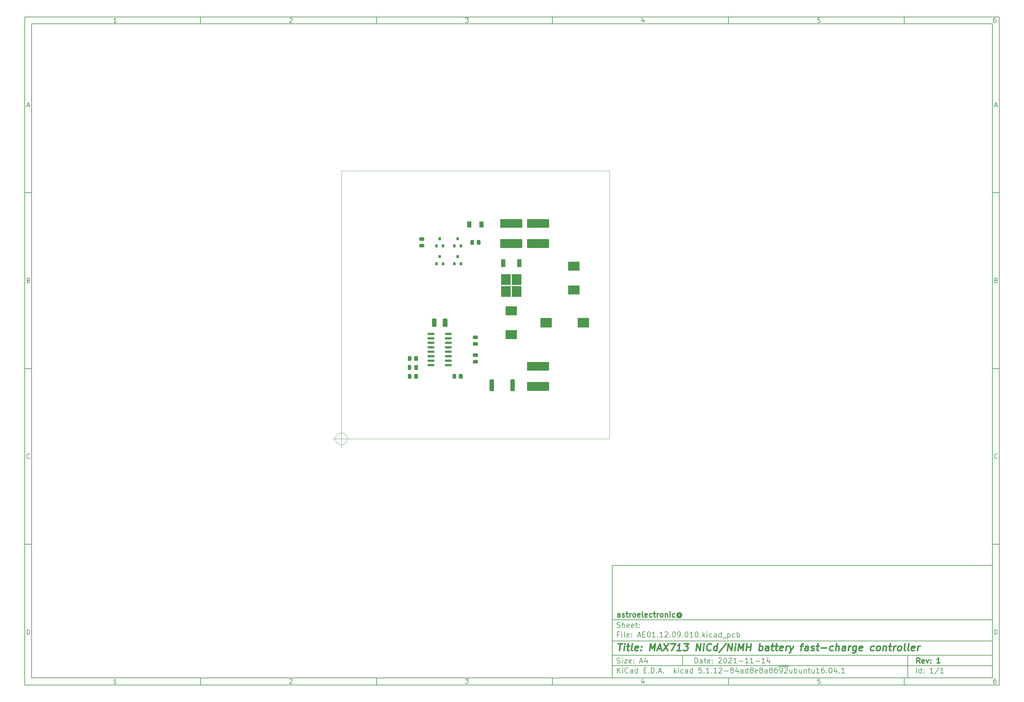
<source format=gbr>
%TF.GenerationSoftware,KiCad,Pcbnew,5.1.12-84ad8e8a86~92~ubuntu16.04.1*%
%TF.CreationDate,2021-11-14T14:14:53+01:00*%
%TF.ProjectId,AE01.12.09.010,41453031-2e31-4322-9e30-392e3031302e,1*%
%TF.SameCoordinates,Original*%
%TF.FileFunction,Paste,Top*%
%TF.FilePolarity,Positive*%
%FSLAX46Y46*%
G04 Gerber Fmt 4.6, Leading zero omitted, Abs format (unit mm)*
G04 Created by KiCad (PCBNEW 5.1.12-84ad8e8a86~92~ubuntu16.04.1) date 2021-11-14 14:14:53*
%MOMM*%
%LPD*%
G01*
G04 APERTURE LIST*
%ADD10C,0.100000*%
%ADD11C,0.150000*%
%ADD12C,0.300000*%
%ADD13C,0.400000*%
%TA.AperFunction,Profile*%
%ADD14C,0.050000*%
%TD*%
%ADD15R,3.225800X2.743200*%
%ADD16R,1.200000X2.200000*%
%ADD17R,2.750000X3.050000*%
%ADD18R,0.800000X0.900000*%
%ADD19R,3.300000X2.500000*%
%ADD20R,1.300000X1.700000*%
G04 APERTURE END LIST*
D10*
D11*
X177002200Y-166007200D02*
X177002200Y-198007200D01*
X285002200Y-198007200D01*
X285002200Y-166007200D01*
X177002200Y-166007200D01*
D10*
D11*
X10000000Y-10000000D02*
X10000000Y-200007200D01*
X287002200Y-200007200D01*
X287002200Y-10000000D01*
X10000000Y-10000000D01*
D10*
D11*
X12000000Y-12000000D02*
X12000000Y-198007200D01*
X285002200Y-198007200D01*
X285002200Y-12000000D01*
X12000000Y-12000000D01*
D10*
D11*
X60000000Y-12000000D02*
X60000000Y-10000000D01*
D10*
D11*
X110000000Y-12000000D02*
X110000000Y-10000000D01*
D10*
D11*
X160000000Y-12000000D02*
X160000000Y-10000000D01*
D10*
D11*
X210000000Y-12000000D02*
X210000000Y-10000000D01*
D10*
D11*
X260000000Y-12000000D02*
X260000000Y-10000000D01*
D10*
D11*
X36065476Y-11588095D02*
X35322619Y-11588095D01*
X35694047Y-11588095D02*
X35694047Y-10288095D01*
X35570238Y-10473809D01*
X35446428Y-10597619D01*
X35322619Y-10659523D01*
D10*
D11*
X85322619Y-10411904D02*
X85384523Y-10350000D01*
X85508333Y-10288095D01*
X85817857Y-10288095D01*
X85941666Y-10350000D01*
X86003571Y-10411904D01*
X86065476Y-10535714D01*
X86065476Y-10659523D01*
X86003571Y-10845238D01*
X85260714Y-11588095D01*
X86065476Y-11588095D01*
D10*
D11*
X135260714Y-10288095D02*
X136065476Y-10288095D01*
X135632142Y-10783333D01*
X135817857Y-10783333D01*
X135941666Y-10845238D01*
X136003571Y-10907142D01*
X136065476Y-11030952D01*
X136065476Y-11340476D01*
X136003571Y-11464285D01*
X135941666Y-11526190D01*
X135817857Y-11588095D01*
X135446428Y-11588095D01*
X135322619Y-11526190D01*
X135260714Y-11464285D01*
D10*
D11*
X185941666Y-10721428D02*
X185941666Y-11588095D01*
X185632142Y-10226190D02*
X185322619Y-11154761D01*
X186127380Y-11154761D01*
D10*
D11*
X236003571Y-10288095D02*
X235384523Y-10288095D01*
X235322619Y-10907142D01*
X235384523Y-10845238D01*
X235508333Y-10783333D01*
X235817857Y-10783333D01*
X235941666Y-10845238D01*
X236003571Y-10907142D01*
X236065476Y-11030952D01*
X236065476Y-11340476D01*
X236003571Y-11464285D01*
X235941666Y-11526190D01*
X235817857Y-11588095D01*
X235508333Y-11588095D01*
X235384523Y-11526190D01*
X235322619Y-11464285D01*
D10*
D11*
X285941666Y-10288095D02*
X285694047Y-10288095D01*
X285570238Y-10350000D01*
X285508333Y-10411904D01*
X285384523Y-10597619D01*
X285322619Y-10845238D01*
X285322619Y-11340476D01*
X285384523Y-11464285D01*
X285446428Y-11526190D01*
X285570238Y-11588095D01*
X285817857Y-11588095D01*
X285941666Y-11526190D01*
X286003571Y-11464285D01*
X286065476Y-11340476D01*
X286065476Y-11030952D01*
X286003571Y-10907142D01*
X285941666Y-10845238D01*
X285817857Y-10783333D01*
X285570238Y-10783333D01*
X285446428Y-10845238D01*
X285384523Y-10907142D01*
X285322619Y-11030952D01*
D10*
D11*
X60000000Y-198007200D02*
X60000000Y-200007200D01*
D10*
D11*
X110000000Y-198007200D02*
X110000000Y-200007200D01*
D10*
D11*
X160000000Y-198007200D02*
X160000000Y-200007200D01*
D10*
D11*
X210000000Y-198007200D02*
X210000000Y-200007200D01*
D10*
D11*
X260000000Y-198007200D02*
X260000000Y-200007200D01*
D10*
D11*
X36065476Y-199595295D02*
X35322619Y-199595295D01*
X35694047Y-199595295D02*
X35694047Y-198295295D01*
X35570238Y-198481009D01*
X35446428Y-198604819D01*
X35322619Y-198666723D01*
D10*
D11*
X85322619Y-198419104D02*
X85384523Y-198357200D01*
X85508333Y-198295295D01*
X85817857Y-198295295D01*
X85941666Y-198357200D01*
X86003571Y-198419104D01*
X86065476Y-198542914D01*
X86065476Y-198666723D01*
X86003571Y-198852438D01*
X85260714Y-199595295D01*
X86065476Y-199595295D01*
D10*
D11*
X135260714Y-198295295D02*
X136065476Y-198295295D01*
X135632142Y-198790533D01*
X135817857Y-198790533D01*
X135941666Y-198852438D01*
X136003571Y-198914342D01*
X136065476Y-199038152D01*
X136065476Y-199347676D01*
X136003571Y-199471485D01*
X135941666Y-199533390D01*
X135817857Y-199595295D01*
X135446428Y-199595295D01*
X135322619Y-199533390D01*
X135260714Y-199471485D01*
D10*
D11*
X185941666Y-198728628D02*
X185941666Y-199595295D01*
X185632142Y-198233390D02*
X185322619Y-199161961D01*
X186127380Y-199161961D01*
D10*
D11*
X236003571Y-198295295D02*
X235384523Y-198295295D01*
X235322619Y-198914342D01*
X235384523Y-198852438D01*
X235508333Y-198790533D01*
X235817857Y-198790533D01*
X235941666Y-198852438D01*
X236003571Y-198914342D01*
X236065476Y-199038152D01*
X236065476Y-199347676D01*
X236003571Y-199471485D01*
X235941666Y-199533390D01*
X235817857Y-199595295D01*
X235508333Y-199595295D01*
X235384523Y-199533390D01*
X235322619Y-199471485D01*
D10*
D11*
X285941666Y-198295295D02*
X285694047Y-198295295D01*
X285570238Y-198357200D01*
X285508333Y-198419104D01*
X285384523Y-198604819D01*
X285322619Y-198852438D01*
X285322619Y-199347676D01*
X285384523Y-199471485D01*
X285446428Y-199533390D01*
X285570238Y-199595295D01*
X285817857Y-199595295D01*
X285941666Y-199533390D01*
X286003571Y-199471485D01*
X286065476Y-199347676D01*
X286065476Y-199038152D01*
X286003571Y-198914342D01*
X285941666Y-198852438D01*
X285817857Y-198790533D01*
X285570238Y-198790533D01*
X285446428Y-198852438D01*
X285384523Y-198914342D01*
X285322619Y-199038152D01*
D10*
D11*
X10000000Y-60000000D02*
X12000000Y-60000000D01*
D10*
D11*
X10000000Y-110000000D02*
X12000000Y-110000000D01*
D10*
D11*
X10000000Y-160000000D02*
X12000000Y-160000000D01*
D10*
D11*
X10690476Y-35216666D02*
X11309523Y-35216666D01*
X10566666Y-35588095D02*
X11000000Y-34288095D01*
X11433333Y-35588095D01*
D10*
D11*
X11092857Y-84907142D02*
X11278571Y-84969047D01*
X11340476Y-85030952D01*
X11402380Y-85154761D01*
X11402380Y-85340476D01*
X11340476Y-85464285D01*
X11278571Y-85526190D01*
X11154761Y-85588095D01*
X10659523Y-85588095D01*
X10659523Y-84288095D01*
X11092857Y-84288095D01*
X11216666Y-84350000D01*
X11278571Y-84411904D01*
X11340476Y-84535714D01*
X11340476Y-84659523D01*
X11278571Y-84783333D01*
X11216666Y-84845238D01*
X11092857Y-84907142D01*
X10659523Y-84907142D01*
D10*
D11*
X11402380Y-135464285D02*
X11340476Y-135526190D01*
X11154761Y-135588095D01*
X11030952Y-135588095D01*
X10845238Y-135526190D01*
X10721428Y-135402380D01*
X10659523Y-135278571D01*
X10597619Y-135030952D01*
X10597619Y-134845238D01*
X10659523Y-134597619D01*
X10721428Y-134473809D01*
X10845238Y-134350000D01*
X11030952Y-134288095D01*
X11154761Y-134288095D01*
X11340476Y-134350000D01*
X11402380Y-134411904D01*
D10*
D11*
X10659523Y-185588095D02*
X10659523Y-184288095D01*
X10969047Y-184288095D01*
X11154761Y-184350000D01*
X11278571Y-184473809D01*
X11340476Y-184597619D01*
X11402380Y-184845238D01*
X11402380Y-185030952D01*
X11340476Y-185278571D01*
X11278571Y-185402380D01*
X11154761Y-185526190D01*
X10969047Y-185588095D01*
X10659523Y-185588095D01*
D10*
D11*
X287002200Y-60000000D02*
X285002200Y-60000000D01*
D10*
D11*
X287002200Y-110000000D02*
X285002200Y-110000000D01*
D10*
D11*
X287002200Y-160000000D02*
X285002200Y-160000000D01*
D10*
D11*
X285692676Y-35216666D02*
X286311723Y-35216666D01*
X285568866Y-35588095D02*
X286002200Y-34288095D01*
X286435533Y-35588095D01*
D10*
D11*
X286095057Y-84907142D02*
X286280771Y-84969047D01*
X286342676Y-85030952D01*
X286404580Y-85154761D01*
X286404580Y-85340476D01*
X286342676Y-85464285D01*
X286280771Y-85526190D01*
X286156961Y-85588095D01*
X285661723Y-85588095D01*
X285661723Y-84288095D01*
X286095057Y-84288095D01*
X286218866Y-84350000D01*
X286280771Y-84411904D01*
X286342676Y-84535714D01*
X286342676Y-84659523D01*
X286280771Y-84783333D01*
X286218866Y-84845238D01*
X286095057Y-84907142D01*
X285661723Y-84907142D01*
D10*
D11*
X286404580Y-135464285D02*
X286342676Y-135526190D01*
X286156961Y-135588095D01*
X286033152Y-135588095D01*
X285847438Y-135526190D01*
X285723628Y-135402380D01*
X285661723Y-135278571D01*
X285599819Y-135030952D01*
X285599819Y-134845238D01*
X285661723Y-134597619D01*
X285723628Y-134473809D01*
X285847438Y-134350000D01*
X286033152Y-134288095D01*
X286156961Y-134288095D01*
X286342676Y-134350000D01*
X286404580Y-134411904D01*
D10*
D11*
X285661723Y-185588095D02*
X285661723Y-184288095D01*
X285971247Y-184288095D01*
X286156961Y-184350000D01*
X286280771Y-184473809D01*
X286342676Y-184597619D01*
X286404580Y-184845238D01*
X286404580Y-185030952D01*
X286342676Y-185278571D01*
X286280771Y-185402380D01*
X286156961Y-185526190D01*
X285971247Y-185588095D01*
X285661723Y-185588095D01*
D10*
D11*
X200434342Y-193785771D02*
X200434342Y-192285771D01*
X200791485Y-192285771D01*
X201005771Y-192357200D01*
X201148628Y-192500057D01*
X201220057Y-192642914D01*
X201291485Y-192928628D01*
X201291485Y-193142914D01*
X201220057Y-193428628D01*
X201148628Y-193571485D01*
X201005771Y-193714342D01*
X200791485Y-193785771D01*
X200434342Y-193785771D01*
X202577200Y-193785771D02*
X202577200Y-193000057D01*
X202505771Y-192857200D01*
X202362914Y-192785771D01*
X202077200Y-192785771D01*
X201934342Y-192857200D01*
X202577200Y-193714342D02*
X202434342Y-193785771D01*
X202077200Y-193785771D01*
X201934342Y-193714342D01*
X201862914Y-193571485D01*
X201862914Y-193428628D01*
X201934342Y-193285771D01*
X202077200Y-193214342D01*
X202434342Y-193214342D01*
X202577200Y-193142914D01*
X203077200Y-192785771D02*
X203648628Y-192785771D01*
X203291485Y-192285771D02*
X203291485Y-193571485D01*
X203362914Y-193714342D01*
X203505771Y-193785771D01*
X203648628Y-193785771D01*
X204720057Y-193714342D02*
X204577200Y-193785771D01*
X204291485Y-193785771D01*
X204148628Y-193714342D01*
X204077200Y-193571485D01*
X204077200Y-193000057D01*
X204148628Y-192857200D01*
X204291485Y-192785771D01*
X204577200Y-192785771D01*
X204720057Y-192857200D01*
X204791485Y-193000057D01*
X204791485Y-193142914D01*
X204077200Y-193285771D01*
X205434342Y-193642914D02*
X205505771Y-193714342D01*
X205434342Y-193785771D01*
X205362914Y-193714342D01*
X205434342Y-193642914D01*
X205434342Y-193785771D01*
X205434342Y-192857200D02*
X205505771Y-192928628D01*
X205434342Y-193000057D01*
X205362914Y-192928628D01*
X205434342Y-192857200D01*
X205434342Y-193000057D01*
X207220057Y-192428628D02*
X207291485Y-192357200D01*
X207434342Y-192285771D01*
X207791485Y-192285771D01*
X207934342Y-192357200D01*
X208005771Y-192428628D01*
X208077200Y-192571485D01*
X208077200Y-192714342D01*
X208005771Y-192928628D01*
X207148628Y-193785771D01*
X208077200Y-193785771D01*
X209005771Y-192285771D02*
X209148628Y-192285771D01*
X209291485Y-192357200D01*
X209362914Y-192428628D01*
X209434342Y-192571485D01*
X209505771Y-192857200D01*
X209505771Y-193214342D01*
X209434342Y-193500057D01*
X209362914Y-193642914D01*
X209291485Y-193714342D01*
X209148628Y-193785771D01*
X209005771Y-193785771D01*
X208862914Y-193714342D01*
X208791485Y-193642914D01*
X208720057Y-193500057D01*
X208648628Y-193214342D01*
X208648628Y-192857200D01*
X208720057Y-192571485D01*
X208791485Y-192428628D01*
X208862914Y-192357200D01*
X209005771Y-192285771D01*
X210077200Y-192428628D02*
X210148628Y-192357200D01*
X210291485Y-192285771D01*
X210648628Y-192285771D01*
X210791485Y-192357200D01*
X210862914Y-192428628D01*
X210934342Y-192571485D01*
X210934342Y-192714342D01*
X210862914Y-192928628D01*
X210005771Y-193785771D01*
X210934342Y-193785771D01*
X212362914Y-193785771D02*
X211505771Y-193785771D01*
X211934342Y-193785771D02*
X211934342Y-192285771D01*
X211791485Y-192500057D01*
X211648628Y-192642914D01*
X211505771Y-192714342D01*
X213005771Y-193214342D02*
X214148628Y-193214342D01*
X215648628Y-193785771D02*
X214791485Y-193785771D01*
X215220057Y-193785771D02*
X215220057Y-192285771D01*
X215077200Y-192500057D01*
X214934342Y-192642914D01*
X214791485Y-192714342D01*
X217077200Y-193785771D02*
X216220057Y-193785771D01*
X216648628Y-193785771D02*
X216648628Y-192285771D01*
X216505771Y-192500057D01*
X216362914Y-192642914D01*
X216220057Y-192714342D01*
X217720057Y-193214342D02*
X218862914Y-193214342D01*
X220362914Y-193785771D02*
X219505771Y-193785771D01*
X219934342Y-193785771D02*
X219934342Y-192285771D01*
X219791485Y-192500057D01*
X219648628Y-192642914D01*
X219505771Y-192714342D01*
X221648628Y-192785771D02*
X221648628Y-193785771D01*
X221291485Y-192214342D02*
X220934342Y-193285771D01*
X221862914Y-193285771D01*
D10*
D11*
X177002200Y-194507200D02*
X285002200Y-194507200D01*
D10*
D11*
X178434342Y-196585771D02*
X178434342Y-195085771D01*
X179291485Y-196585771D02*
X178648628Y-195728628D01*
X179291485Y-195085771D02*
X178434342Y-195942914D01*
X179934342Y-196585771D02*
X179934342Y-195585771D01*
X179934342Y-195085771D02*
X179862914Y-195157200D01*
X179934342Y-195228628D01*
X180005771Y-195157200D01*
X179934342Y-195085771D01*
X179934342Y-195228628D01*
X181505771Y-196442914D02*
X181434342Y-196514342D01*
X181220057Y-196585771D01*
X181077200Y-196585771D01*
X180862914Y-196514342D01*
X180720057Y-196371485D01*
X180648628Y-196228628D01*
X180577200Y-195942914D01*
X180577200Y-195728628D01*
X180648628Y-195442914D01*
X180720057Y-195300057D01*
X180862914Y-195157200D01*
X181077200Y-195085771D01*
X181220057Y-195085771D01*
X181434342Y-195157200D01*
X181505771Y-195228628D01*
X182791485Y-196585771D02*
X182791485Y-195800057D01*
X182720057Y-195657200D01*
X182577200Y-195585771D01*
X182291485Y-195585771D01*
X182148628Y-195657200D01*
X182791485Y-196514342D02*
X182648628Y-196585771D01*
X182291485Y-196585771D01*
X182148628Y-196514342D01*
X182077200Y-196371485D01*
X182077200Y-196228628D01*
X182148628Y-196085771D01*
X182291485Y-196014342D01*
X182648628Y-196014342D01*
X182791485Y-195942914D01*
X184148628Y-196585771D02*
X184148628Y-195085771D01*
X184148628Y-196514342D02*
X184005771Y-196585771D01*
X183720057Y-196585771D01*
X183577200Y-196514342D01*
X183505771Y-196442914D01*
X183434342Y-196300057D01*
X183434342Y-195871485D01*
X183505771Y-195728628D01*
X183577200Y-195657200D01*
X183720057Y-195585771D01*
X184005771Y-195585771D01*
X184148628Y-195657200D01*
X186005771Y-195800057D02*
X186505771Y-195800057D01*
X186720057Y-196585771D02*
X186005771Y-196585771D01*
X186005771Y-195085771D01*
X186720057Y-195085771D01*
X187362914Y-196442914D02*
X187434342Y-196514342D01*
X187362914Y-196585771D01*
X187291485Y-196514342D01*
X187362914Y-196442914D01*
X187362914Y-196585771D01*
X188077200Y-196585771D02*
X188077200Y-195085771D01*
X188434342Y-195085771D01*
X188648628Y-195157200D01*
X188791485Y-195300057D01*
X188862914Y-195442914D01*
X188934342Y-195728628D01*
X188934342Y-195942914D01*
X188862914Y-196228628D01*
X188791485Y-196371485D01*
X188648628Y-196514342D01*
X188434342Y-196585771D01*
X188077200Y-196585771D01*
X189577200Y-196442914D02*
X189648628Y-196514342D01*
X189577200Y-196585771D01*
X189505771Y-196514342D01*
X189577200Y-196442914D01*
X189577200Y-196585771D01*
X190220057Y-196157200D02*
X190934342Y-196157200D01*
X190077200Y-196585771D02*
X190577200Y-195085771D01*
X191077200Y-196585771D01*
X191577200Y-196442914D02*
X191648628Y-196514342D01*
X191577200Y-196585771D01*
X191505771Y-196514342D01*
X191577200Y-196442914D01*
X191577200Y-196585771D01*
X194577200Y-196585771D02*
X194577200Y-195085771D01*
X194720057Y-196014342D02*
X195148628Y-196585771D01*
X195148628Y-195585771D02*
X194577200Y-196157200D01*
X195791485Y-196585771D02*
X195791485Y-195585771D01*
X195791485Y-195085771D02*
X195720057Y-195157200D01*
X195791485Y-195228628D01*
X195862914Y-195157200D01*
X195791485Y-195085771D01*
X195791485Y-195228628D01*
X197148628Y-196514342D02*
X197005771Y-196585771D01*
X196720057Y-196585771D01*
X196577200Y-196514342D01*
X196505771Y-196442914D01*
X196434342Y-196300057D01*
X196434342Y-195871485D01*
X196505771Y-195728628D01*
X196577200Y-195657200D01*
X196720057Y-195585771D01*
X197005771Y-195585771D01*
X197148628Y-195657200D01*
X198434342Y-196585771D02*
X198434342Y-195800057D01*
X198362914Y-195657200D01*
X198220057Y-195585771D01*
X197934342Y-195585771D01*
X197791485Y-195657200D01*
X198434342Y-196514342D02*
X198291485Y-196585771D01*
X197934342Y-196585771D01*
X197791485Y-196514342D01*
X197720057Y-196371485D01*
X197720057Y-196228628D01*
X197791485Y-196085771D01*
X197934342Y-196014342D01*
X198291485Y-196014342D01*
X198434342Y-195942914D01*
X199791485Y-196585771D02*
X199791485Y-195085771D01*
X199791485Y-196514342D02*
X199648628Y-196585771D01*
X199362914Y-196585771D01*
X199220057Y-196514342D01*
X199148628Y-196442914D01*
X199077200Y-196300057D01*
X199077200Y-195871485D01*
X199148628Y-195728628D01*
X199220057Y-195657200D01*
X199362914Y-195585771D01*
X199648628Y-195585771D01*
X199791485Y-195657200D01*
X202362914Y-195085771D02*
X201648628Y-195085771D01*
X201577200Y-195800057D01*
X201648628Y-195728628D01*
X201791485Y-195657200D01*
X202148628Y-195657200D01*
X202291485Y-195728628D01*
X202362914Y-195800057D01*
X202434342Y-195942914D01*
X202434342Y-196300057D01*
X202362914Y-196442914D01*
X202291485Y-196514342D01*
X202148628Y-196585771D01*
X201791485Y-196585771D01*
X201648628Y-196514342D01*
X201577200Y-196442914D01*
X203077200Y-196442914D02*
X203148628Y-196514342D01*
X203077200Y-196585771D01*
X203005771Y-196514342D01*
X203077200Y-196442914D01*
X203077200Y-196585771D01*
X204577200Y-196585771D02*
X203720057Y-196585771D01*
X204148628Y-196585771D02*
X204148628Y-195085771D01*
X204005771Y-195300057D01*
X203862914Y-195442914D01*
X203720057Y-195514342D01*
X205220057Y-196442914D02*
X205291485Y-196514342D01*
X205220057Y-196585771D01*
X205148628Y-196514342D01*
X205220057Y-196442914D01*
X205220057Y-196585771D01*
X206720057Y-196585771D02*
X205862914Y-196585771D01*
X206291485Y-196585771D02*
X206291485Y-195085771D01*
X206148628Y-195300057D01*
X206005771Y-195442914D01*
X205862914Y-195514342D01*
X207291485Y-195228628D02*
X207362914Y-195157200D01*
X207505771Y-195085771D01*
X207862914Y-195085771D01*
X208005771Y-195157200D01*
X208077200Y-195228628D01*
X208148628Y-195371485D01*
X208148628Y-195514342D01*
X208077200Y-195728628D01*
X207220057Y-196585771D01*
X208148628Y-196585771D01*
X208791485Y-196014342D02*
X209934342Y-196014342D01*
X210862914Y-195728628D02*
X210720057Y-195657200D01*
X210648628Y-195585771D01*
X210577200Y-195442914D01*
X210577200Y-195371485D01*
X210648628Y-195228628D01*
X210720057Y-195157200D01*
X210862914Y-195085771D01*
X211148628Y-195085771D01*
X211291485Y-195157200D01*
X211362914Y-195228628D01*
X211434342Y-195371485D01*
X211434342Y-195442914D01*
X211362914Y-195585771D01*
X211291485Y-195657200D01*
X211148628Y-195728628D01*
X210862914Y-195728628D01*
X210720057Y-195800057D01*
X210648628Y-195871485D01*
X210577200Y-196014342D01*
X210577200Y-196300057D01*
X210648628Y-196442914D01*
X210720057Y-196514342D01*
X210862914Y-196585771D01*
X211148628Y-196585771D01*
X211291485Y-196514342D01*
X211362914Y-196442914D01*
X211434342Y-196300057D01*
X211434342Y-196014342D01*
X211362914Y-195871485D01*
X211291485Y-195800057D01*
X211148628Y-195728628D01*
X212720057Y-195585771D02*
X212720057Y-196585771D01*
X212362914Y-195014342D02*
X212005771Y-196085771D01*
X212934342Y-196085771D01*
X214148628Y-196585771D02*
X214148628Y-195800057D01*
X214077200Y-195657200D01*
X213934342Y-195585771D01*
X213648628Y-195585771D01*
X213505771Y-195657200D01*
X214148628Y-196514342D02*
X214005771Y-196585771D01*
X213648628Y-196585771D01*
X213505771Y-196514342D01*
X213434342Y-196371485D01*
X213434342Y-196228628D01*
X213505771Y-196085771D01*
X213648628Y-196014342D01*
X214005771Y-196014342D01*
X214148628Y-195942914D01*
X215505771Y-196585771D02*
X215505771Y-195085771D01*
X215505771Y-196514342D02*
X215362914Y-196585771D01*
X215077200Y-196585771D01*
X214934342Y-196514342D01*
X214862914Y-196442914D01*
X214791485Y-196300057D01*
X214791485Y-195871485D01*
X214862914Y-195728628D01*
X214934342Y-195657200D01*
X215077200Y-195585771D01*
X215362914Y-195585771D01*
X215505771Y-195657200D01*
X216434342Y-195728628D02*
X216291485Y-195657200D01*
X216220057Y-195585771D01*
X216148628Y-195442914D01*
X216148628Y-195371485D01*
X216220057Y-195228628D01*
X216291485Y-195157200D01*
X216434342Y-195085771D01*
X216720057Y-195085771D01*
X216862914Y-195157200D01*
X216934342Y-195228628D01*
X217005771Y-195371485D01*
X217005771Y-195442914D01*
X216934342Y-195585771D01*
X216862914Y-195657200D01*
X216720057Y-195728628D01*
X216434342Y-195728628D01*
X216291485Y-195800057D01*
X216220057Y-195871485D01*
X216148628Y-196014342D01*
X216148628Y-196300057D01*
X216220057Y-196442914D01*
X216291485Y-196514342D01*
X216434342Y-196585771D01*
X216720057Y-196585771D01*
X216862914Y-196514342D01*
X216934342Y-196442914D01*
X217005771Y-196300057D01*
X217005771Y-196014342D01*
X216934342Y-195871485D01*
X216862914Y-195800057D01*
X216720057Y-195728628D01*
X218220057Y-196514342D02*
X218077200Y-196585771D01*
X217791485Y-196585771D01*
X217648628Y-196514342D01*
X217577200Y-196371485D01*
X217577200Y-195800057D01*
X217648628Y-195657200D01*
X217791485Y-195585771D01*
X218077200Y-195585771D01*
X218220057Y-195657200D01*
X218291485Y-195800057D01*
X218291485Y-195942914D01*
X217577200Y-196085771D01*
X219148628Y-195728628D02*
X219005771Y-195657200D01*
X218934342Y-195585771D01*
X218862914Y-195442914D01*
X218862914Y-195371485D01*
X218934342Y-195228628D01*
X219005771Y-195157200D01*
X219148628Y-195085771D01*
X219434342Y-195085771D01*
X219577200Y-195157200D01*
X219648628Y-195228628D01*
X219720057Y-195371485D01*
X219720057Y-195442914D01*
X219648628Y-195585771D01*
X219577200Y-195657200D01*
X219434342Y-195728628D01*
X219148628Y-195728628D01*
X219005771Y-195800057D01*
X218934342Y-195871485D01*
X218862914Y-196014342D01*
X218862914Y-196300057D01*
X218934342Y-196442914D01*
X219005771Y-196514342D01*
X219148628Y-196585771D01*
X219434342Y-196585771D01*
X219577200Y-196514342D01*
X219648628Y-196442914D01*
X219720057Y-196300057D01*
X219720057Y-196014342D01*
X219648628Y-195871485D01*
X219577200Y-195800057D01*
X219434342Y-195728628D01*
X221005771Y-196585771D02*
X221005771Y-195800057D01*
X220934342Y-195657200D01*
X220791485Y-195585771D01*
X220505771Y-195585771D01*
X220362914Y-195657200D01*
X221005771Y-196514342D02*
X220862914Y-196585771D01*
X220505771Y-196585771D01*
X220362914Y-196514342D01*
X220291485Y-196371485D01*
X220291485Y-196228628D01*
X220362914Y-196085771D01*
X220505771Y-196014342D01*
X220862914Y-196014342D01*
X221005771Y-195942914D01*
X221934342Y-195728628D02*
X221791485Y-195657200D01*
X221720057Y-195585771D01*
X221648628Y-195442914D01*
X221648628Y-195371485D01*
X221720057Y-195228628D01*
X221791485Y-195157200D01*
X221934342Y-195085771D01*
X222220057Y-195085771D01*
X222362914Y-195157200D01*
X222434342Y-195228628D01*
X222505771Y-195371485D01*
X222505771Y-195442914D01*
X222434342Y-195585771D01*
X222362914Y-195657200D01*
X222220057Y-195728628D01*
X221934342Y-195728628D01*
X221791485Y-195800057D01*
X221720057Y-195871485D01*
X221648628Y-196014342D01*
X221648628Y-196300057D01*
X221720057Y-196442914D01*
X221791485Y-196514342D01*
X221934342Y-196585771D01*
X222220057Y-196585771D01*
X222362914Y-196514342D01*
X222434342Y-196442914D01*
X222505771Y-196300057D01*
X222505771Y-196014342D01*
X222434342Y-195871485D01*
X222362914Y-195800057D01*
X222220057Y-195728628D01*
X223791485Y-195085771D02*
X223505771Y-195085771D01*
X223362914Y-195157200D01*
X223291485Y-195228628D01*
X223148628Y-195442914D01*
X223077200Y-195728628D01*
X223077200Y-196300057D01*
X223148628Y-196442914D01*
X223220057Y-196514342D01*
X223362914Y-196585771D01*
X223648628Y-196585771D01*
X223791485Y-196514342D01*
X223862914Y-196442914D01*
X223934342Y-196300057D01*
X223934342Y-195942914D01*
X223862914Y-195800057D01*
X223791485Y-195728628D01*
X223648628Y-195657200D01*
X223362914Y-195657200D01*
X223220057Y-195728628D01*
X223148628Y-195800057D01*
X223077200Y-195942914D01*
X224220057Y-194677200D02*
X225648628Y-194677200D01*
X224648628Y-196585771D02*
X224934342Y-196585771D01*
X225077200Y-196514342D01*
X225148628Y-196442914D01*
X225291485Y-196228628D01*
X225362914Y-195942914D01*
X225362914Y-195371485D01*
X225291485Y-195228628D01*
X225220057Y-195157200D01*
X225077200Y-195085771D01*
X224791485Y-195085771D01*
X224648628Y-195157200D01*
X224577200Y-195228628D01*
X224505771Y-195371485D01*
X224505771Y-195728628D01*
X224577200Y-195871485D01*
X224648628Y-195942914D01*
X224791485Y-196014342D01*
X225077200Y-196014342D01*
X225220057Y-195942914D01*
X225291485Y-195871485D01*
X225362914Y-195728628D01*
X225648628Y-194677200D02*
X227077199Y-194677200D01*
X225934342Y-195228628D02*
X226005771Y-195157200D01*
X226148628Y-195085771D01*
X226505771Y-195085771D01*
X226648628Y-195157200D01*
X226720057Y-195228628D01*
X226791485Y-195371485D01*
X226791485Y-195514342D01*
X226720057Y-195728628D01*
X225862914Y-196585771D01*
X226791485Y-196585771D01*
X228077199Y-195585771D02*
X228077199Y-196585771D01*
X227434342Y-195585771D02*
X227434342Y-196371485D01*
X227505771Y-196514342D01*
X227648628Y-196585771D01*
X227862914Y-196585771D01*
X228005771Y-196514342D01*
X228077199Y-196442914D01*
X228791485Y-196585771D02*
X228791485Y-195085771D01*
X228791485Y-195657200D02*
X228934342Y-195585771D01*
X229220057Y-195585771D01*
X229362914Y-195657200D01*
X229434342Y-195728628D01*
X229505771Y-195871485D01*
X229505771Y-196300057D01*
X229434342Y-196442914D01*
X229362914Y-196514342D01*
X229220057Y-196585771D01*
X228934342Y-196585771D01*
X228791485Y-196514342D01*
X230791485Y-195585771D02*
X230791485Y-196585771D01*
X230148628Y-195585771D02*
X230148628Y-196371485D01*
X230220057Y-196514342D01*
X230362914Y-196585771D01*
X230577199Y-196585771D01*
X230720057Y-196514342D01*
X230791485Y-196442914D01*
X231505771Y-195585771D02*
X231505771Y-196585771D01*
X231505771Y-195728628D02*
X231577199Y-195657200D01*
X231720057Y-195585771D01*
X231934342Y-195585771D01*
X232077199Y-195657200D01*
X232148628Y-195800057D01*
X232148628Y-196585771D01*
X232648628Y-195585771D02*
X233220057Y-195585771D01*
X232862914Y-195085771D02*
X232862914Y-196371485D01*
X232934342Y-196514342D01*
X233077200Y-196585771D01*
X233220057Y-196585771D01*
X234362914Y-195585771D02*
X234362914Y-196585771D01*
X233720057Y-195585771D02*
X233720057Y-196371485D01*
X233791485Y-196514342D01*
X233934342Y-196585771D01*
X234148628Y-196585771D01*
X234291485Y-196514342D01*
X234362914Y-196442914D01*
X235862914Y-196585771D02*
X235005771Y-196585771D01*
X235434342Y-196585771D02*
X235434342Y-195085771D01*
X235291485Y-195300057D01*
X235148628Y-195442914D01*
X235005771Y-195514342D01*
X237148628Y-195085771D02*
X236862914Y-195085771D01*
X236720057Y-195157200D01*
X236648628Y-195228628D01*
X236505771Y-195442914D01*
X236434342Y-195728628D01*
X236434342Y-196300057D01*
X236505771Y-196442914D01*
X236577199Y-196514342D01*
X236720057Y-196585771D01*
X237005771Y-196585771D01*
X237148628Y-196514342D01*
X237220057Y-196442914D01*
X237291485Y-196300057D01*
X237291485Y-195942914D01*
X237220057Y-195800057D01*
X237148628Y-195728628D01*
X237005771Y-195657200D01*
X236720057Y-195657200D01*
X236577199Y-195728628D01*
X236505771Y-195800057D01*
X236434342Y-195942914D01*
X237934342Y-196442914D02*
X238005771Y-196514342D01*
X237934342Y-196585771D01*
X237862914Y-196514342D01*
X237934342Y-196442914D01*
X237934342Y-196585771D01*
X238934342Y-195085771D02*
X239077199Y-195085771D01*
X239220057Y-195157200D01*
X239291485Y-195228628D01*
X239362914Y-195371485D01*
X239434342Y-195657200D01*
X239434342Y-196014342D01*
X239362914Y-196300057D01*
X239291485Y-196442914D01*
X239220057Y-196514342D01*
X239077199Y-196585771D01*
X238934342Y-196585771D01*
X238791485Y-196514342D01*
X238720057Y-196442914D01*
X238648628Y-196300057D01*
X238577199Y-196014342D01*
X238577199Y-195657200D01*
X238648628Y-195371485D01*
X238720057Y-195228628D01*
X238791485Y-195157200D01*
X238934342Y-195085771D01*
X240720057Y-195585771D02*
X240720057Y-196585771D01*
X240362914Y-195014342D02*
X240005771Y-196085771D01*
X240934342Y-196085771D01*
X241505771Y-196442914D02*
X241577199Y-196514342D01*
X241505771Y-196585771D01*
X241434342Y-196514342D01*
X241505771Y-196442914D01*
X241505771Y-196585771D01*
X243005771Y-196585771D02*
X242148628Y-196585771D01*
X242577199Y-196585771D02*
X242577199Y-195085771D01*
X242434342Y-195300057D01*
X242291485Y-195442914D01*
X242148628Y-195514342D01*
D10*
D11*
X177002200Y-191507200D02*
X285002200Y-191507200D01*
D10*
D12*
X264411485Y-193785771D02*
X263911485Y-193071485D01*
X263554342Y-193785771D02*
X263554342Y-192285771D01*
X264125771Y-192285771D01*
X264268628Y-192357200D01*
X264340057Y-192428628D01*
X264411485Y-192571485D01*
X264411485Y-192785771D01*
X264340057Y-192928628D01*
X264268628Y-193000057D01*
X264125771Y-193071485D01*
X263554342Y-193071485D01*
X265625771Y-193714342D02*
X265482914Y-193785771D01*
X265197200Y-193785771D01*
X265054342Y-193714342D01*
X264982914Y-193571485D01*
X264982914Y-193000057D01*
X265054342Y-192857200D01*
X265197200Y-192785771D01*
X265482914Y-192785771D01*
X265625771Y-192857200D01*
X265697200Y-193000057D01*
X265697200Y-193142914D01*
X264982914Y-193285771D01*
X266197200Y-192785771D02*
X266554342Y-193785771D01*
X266911485Y-192785771D01*
X267482914Y-193642914D02*
X267554342Y-193714342D01*
X267482914Y-193785771D01*
X267411485Y-193714342D01*
X267482914Y-193642914D01*
X267482914Y-193785771D01*
X267482914Y-192857200D02*
X267554342Y-192928628D01*
X267482914Y-193000057D01*
X267411485Y-192928628D01*
X267482914Y-192857200D01*
X267482914Y-193000057D01*
X270125771Y-193785771D02*
X269268628Y-193785771D01*
X269697200Y-193785771D02*
X269697200Y-192285771D01*
X269554342Y-192500057D01*
X269411485Y-192642914D01*
X269268628Y-192714342D01*
D10*
D11*
X178362914Y-193714342D02*
X178577200Y-193785771D01*
X178934342Y-193785771D01*
X179077200Y-193714342D01*
X179148628Y-193642914D01*
X179220057Y-193500057D01*
X179220057Y-193357200D01*
X179148628Y-193214342D01*
X179077200Y-193142914D01*
X178934342Y-193071485D01*
X178648628Y-193000057D01*
X178505771Y-192928628D01*
X178434342Y-192857200D01*
X178362914Y-192714342D01*
X178362914Y-192571485D01*
X178434342Y-192428628D01*
X178505771Y-192357200D01*
X178648628Y-192285771D01*
X179005771Y-192285771D01*
X179220057Y-192357200D01*
X179862914Y-193785771D02*
X179862914Y-192785771D01*
X179862914Y-192285771D02*
X179791485Y-192357200D01*
X179862914Y-192428628D01*
X179934342Y-192357200D01*
X179862914Y-192285771D01*
X179862914Y-192428628D01*
X180434342Y-192785771D02*
X181220057Y-192785771D01*
X180434342Y-193785771D01*
X181220057Y-193785771D01*
X182362914Y-193714342D02*
X182220057Y-193785771D01*
X181934342Y-193785771D01*
X181791485Y-193714342D01*
X181720057Y-193571485D01*
X181720057Y-193000057D01*
X181791485Y-192857200D01*
X181934342Y-192785771D01*
X182220057Y-192785771D01*
X182362914Y-192857200D01*
X182434342Y-193000057D01*
X182434342Y-193142914D01*
X181720057Y-193285771D01*
X183077200Y-193642914D02*
X183148628Y-193714342D01*
X183077200Y-193785771D01*
X183005771Y-193714342D01*
X183077200Y-193642914D01*
X183077200Y-193785771D01*
X183077200Y-192857200D02*
X183148628Y-192928628D01*
X183077200Y-193000057D01*
X183005771Y-192928628D01*
X183077200Y-192857200D01*
X183077200Y-193000057D01*
X184862914Y-193357200D02*
X185577200Y-193357200D01*
X184720057Y-193785771D02*
X185220057Y-192285771D01*
X185720057Y-193785771D01*
X186862914Y-192785771D02*
X186862914Y-193785771D01*
X186505771Y-192214342D02*
X186148628Y-193285771D01*
X187077200Y-193285771D01*
D10*
D11*
X263434342Y-196585771D02*
X263434342Y-195085771D01*
X264791485Y-196585771D02*
X264791485Y-195085771D01*
X264791485Y-196514342D02*
X264648628Y-196585771D01*
X264362914Y-196585771D01*
X264220057Y-196514342D01*
X264148628Y-196442914D01*
X264077200Y-196300057D01*
X264077200Y-195871485D01*
X264148628Y-195728628D01*
X264220057Y-195657200D01*
X264362914Y-195585771D01*
X264648628Y-195585771D01*
X264791485Y-195657200D01*
X265505771Y-196442914D02*
X265577200Y-196514342D01*
X265505771Y-196585771D01*
X265434342Y-196514342D01*
X265505771Y-196442914D01*
X265505771Y-196585771D01*
X265505771Y-195657200D02*
X265577200Y-195728628D01*
X265505771Y-195800057D01*
X265434342Y-195728628D01*
X265505771Y-195657200D01*
X265505771Y-195800057D01*
X268148628Y-196585771D02*
X267291485Y-196585771D01*
X267720057Y-196585771D02*
X267720057Y-195085771D01*
X267577200Y-195300057D01*
X267434342Y-195442914D01*
X267291485Y-195514342D01*
X269862914Y-195014342D02*
X268577200Y-196942914D01*
X271148628Y-196585771D02*
X270291485Y-196585771D01*
X270720057Y-196585771D02*
X270720057Y-195085771D01*
X270577200Y-195300057D01*
X270434342Y-195442914D01*
X270291485Y-195514342D01*
D10*
D11*
X177002200Y-187507200D02*
X285002200Y-187507200D01*
D10*
D13*
X178714580Y-188211961D02*
X179857438Y-188211961D01*
X179036009Y-190211961D02*
X179286009Y-188211961D01*
X180274104Y-190211961D02*
X180440771Y-188878628D01*
X180524104Y-188211961D02*
X180416961Y-188307200D01*
X180500295Y-188402438D01*
X180607438Y-188307200D01*
X180524104Y-188211961D01*
X180500295Y-188402438D01*
X181107438Y-188878628D02*
X181869342Y-188878628D01*
X181476485Y-188211961D02*
X181262200Y-189926247D01*
X181333628Y-190116723D01*
X181512200Y-190211961D01*
X181702676Y-190211961D01*
X182655057Y-190211961D02*
X182476485Y-190116723D01*
X182405057Y-189926247D01*
X182619342Y-188211961D01*
X184190771Y-190116723D02*
X183988390Y-190211961D01*
X183607438Y-190211961D01*
X183428866Y-190116723D01*
X183357438Y-189926247D01*
X183452676Y-189164342D01*
X183571723Y-188973866D01*
X183774104Y-188878628D01*
X184155057Y-188878628D01*
X184333628Y-188973866D01*
X184405057Y-189164342D01*
X184381247Y-189354819D01*
X183405057Y-189545295D01*
X185155057Y-190021485D02*
X185238390Y-190116723D01*
X185131247Y-190211961D01*
X185047914Y-190116723D01*
X185155057Y-190021485D01*
X185131247Y-190211961D01*
X185286009Y-188973866D02*
X185369342Y-189069104D01*
X185262200Y-189164342D01*
X185178866Y-189069104D01*
X185286009Y-188973866D01*
X185262200Y-189164342D01*
X187607438Y-190211961D02*
X187857438Y-188211961D01*
X188345533Y-189640533D01*
X189190771Y-188211961D01*
X188940771Y-190211961D01*
X189869342Y-189640533D02*
X190821723Y-189640533D01*
X189607438Y-190211961D02*
X190524104Y-188211961D01*
X190940771Y-190211961D01*
X191666961Y-188211961D02*
X192750295Y-190211961D01*
X193000295Y-188211961D02*
X191416961Y-190211961D01*
X193571723Y-188211961D02*
X194905057Y-188211961D01*
X193797914Y-190211961D01*
X196464580Y-190211961D02*
X195321723Y-190211961D01*
X195893152Y-190211961D02*
X196143152Y-188211961D01*
X195916961Y-188497676D01*
X195702676Y-188688152D01*
X195500295Y-188783390D01*
X197381247Y-188211961D02*
X198619342Y-188211961D01*
X197857438Y-188973866D01*
X198143152Y-188973866D01*
X198321723Y-189069104D01*
X198405057Y-189164342D01*
X198476485Y-189354819D01*
X198416961Y-189831009D01*
X198297914Y-190021485D01*
X198190771Y-190116723D01*
X197988390Y-190211961D01*
X197416961Y-190211961D01*
X197238390Y-190116723D01*
X197155057Y-190021485D01*
X200750295Y-190211961D02*
X201000295Y-188211961D01*
X201893152Y-190211961D01*
X202143152Y-188211961D01*
X202845533Y-190211961D02*
X203012200Y-188878628D01*
X203095533Y-188211961D02*
X202988390Y-188307200D01*
X203071723Y-188402438D01*
X203178866Y-188307200D01*
X203095533Y-188211961D01*
X203071723Y-188402438D01*
X204964580Y-190021485D02*
X204857438Y-190116723D01*
X204559819Y-190211961D01*
X204369342Y-190211961D01*
X204095533Y-190116723D01*
X203928866Y-189926247D01*
X203857438Y-189735771D01*
X203809819Y-189354819D01*
X203845533Y-189069104D01*
X203988390Y-188688152D01*
X204107438Y-188497676D01*
X204321723Y-188307200D01*
X204619342Y-188211961D01*
X204809819Y-188211961D01*
X205083628Y-188307200D01*
X205166961Y-188402438D01*
X206655057Y-190211961D02*
X206905057Y-188211961D01*
X206666961Y-190116723D02*
X206464580Y-190211961D01*
X206083628Y-190211961D01*
X205905057Y-190116723D01*
X205821723Y-190021485D01*
X205750295Y-189831009D01*
X205821723Y-189259580D01*
X205940771Y-189069104D01*
X206047914Y-188973866D01*
X206250295Y-188878628D01*
X206631247Y-188878628D01*
X206809819Y-188973866D01*
X209297914Y-188116723D02*
X207262200Y-190688152D01*
X209702676Y-190211961D02*
X209952676Y-188211961D01*
X210845533Y-190211961D01*
X211095533Y-188211961D01*
X211797914Y-190211961D02*
X211964580Y-188878628D01*
X212047914Y-188211961D02*
X211940771Y-188307200D01*
X212024104Y-188402438D01*
X212131247Y-188307200D01*
X212047914Y-188211961D01*
X212024104Y-188402438D01*
X212750295Y-190211961D02*
X213000295Y-188211961D01*
X213488390Y-189640533D01*
X214333628Y-188211961D01*
X214083628Y-190211961D01*
X215036009Y-190211961D02*
X215286009Y-188211961D01*
X215166961Y-189164342D02*
X216309819Y-189164342D01*
X216178866Y-190211961D02*
X216428866Y-188211961D01*
X218655057Y-190211961D02*
X218905057Y-188211961D01*
X218809819Y-188973866D02*
X219012200Y-188878628D01*
X219393152Y-188878628D01*
X219571723Y-188973866D01*
X219655057Y-189069104D01*
X219726485Y-189259580D01*
X219655057Y-189831009D01*
X219536009Y-190021485D01*
X219428866Y-190116723D01*
X219226485Y-190211961D01*
X218845533Y-190211961D01*
X218666961Y-190116723D01*
X221321723Y-190211961D02*
X221452676Y-189164342D01*
X221381247Y-188973866D01*
X221202676Y-188878628D01*
X220821723Y-188878628D01*
X220619342Y-188973866D01*
X221333628Y-190116723D02*
X221131247Y-190211961D01*
X220655057Y-190211961D01*
X220476485Y-190116723D01*
X220405057Y-189926247D01*
X220428866Y-189735771D01*
X220547914Y-189545295D01*
X220750295Y-189450057D01*
X221226485Y-189450057D01*
X221428866Y-189354819D01*
X222155057Y-188878628D02*
X222916961Y-188878628D01*
X222524104Y-188211961D02*
X222309819Y-189926247D01*
X222381247Y-190116723D01*
X222559819Y-190211961D01*
X222750295Y-190211961D01*
X223297914Y-188878628D02*
X224059819Y-188878628D01*
X223666961Y-188211961D02*
X223452676Y-189926247D01*
X223524104Y-190116723D01*
X223702676Y-190211961D01*
X223893152Y-190211961D01*
X225333628Y-190116723D02*
X225131247Y-190211961D01*
X224750295Y-190211961D01*
X224571723Y-190116723D01*
X224500295Y-189926247D01*
X224595533Y-189164342D01*
X224714580Y-188973866D01*
X224916961Y-188878628D01*
X225297914Y-188878628D01*
X225476485Y-188973866D01*
X225547914Y-189164342D01*
X225524104Y-189354819D01*
X224547914Y-189545295D01*
X226274104Y-190211961D02*
X226440771Y-188878628D01*
X226393152Y-189259580D02*
X226512200Y-189069104D01*
X226619342Y-188973866D01*
X226821723Y-188878628D01*
X227012199Y-188878628D01*
X227488390Y-188878628D02*
X227797914Y-190211961D01*
X228440771Y-188878628D02*
X227797914Y-190211961D01*
X227547914Y-190688152D01*
X227440771Y-190783390D01*
X227238390Y-190878628D01*
X230440771Y-188878628D02*
X231202676Y-188878628D01*
X230559819Y-190211961D02*
X230774104Y-188497676D01*
X230893152Y-188307200D01*
X231095533Y-188211961D01*
X231286009Y-188211961D01*
X232559819Y-190211961D02*
X232690771Y-189164342D01*
X232619342Y-188973866D01*
X232440771Y-188878628D01*
X232059819Y-188878628D01*
X231857438Y-188973866D01*
X232571723Y-190116723D02*
X232369342Y-190211961D01*
X231893152Y-190211961D01*
X231714580Y-190116723D01*
X231643152Y-189926247D01*
X231666961Y-189735771D01*
X231786009Y-189545295D01*
X231988390Y-189450057D01*
X232464580Y-189450057D01*
X232666961Y-189354819D01*
X233428866Y-190116723D02*
X233607438Y-190211961D01*
X233988390Y-190211961D01*
X234190771Y-190116723D01*
X234309819Y-189926247D01*
X234321723Y-189831009D01*
X234250295Y-189640533D01*
X234071723Y-189545295D01*
X233786009Y-189545295D01*
X233607438Y-189450057D01*
X233536009Y-189259580D01*
X233547914Y-189164342D01*
X233666961Y-188973866D01*
X233869342Y-188878628D01*
X234155057Y-188878628D01*
X234333628Y-188973866D01*
X235012199Y-188878628D02*
X235774104Y-188878628D01*
X235381247Y-188211961D02*
X235166961Y-189926247D01*
X235238390Y-190116723D01*
X235416961Y-190211961D01*
X235607438Y-190211961D01*
X236369342Y-189450057D02*
X237893152Y-189450057D01*
X239619342Y-190116723D02*
X239416961Y-190211961D01*
X239036009Y-190211961D01*
X238857438Y-190116723D01*
X238774104Y-190021485D01*
X238702676Y-189831009D01*
X238774104Y-189259580D01*
X238893152Y-189069104D01*
X239000295Y-188973866D01*
X239202676Y-188878628D01*
X239583628Y-188878628D01*
X239762199Y-188973866D01*
X240464580Y-190211961D02*
X240714580Y-188211961D01*
X241321723Y-190211961D02*
X241452676Y-189164342D01*
X241381247Y-188973866D01*
X241202676Y-188878628D01*
X240916961Y-188878628D01*
X240714580Y-188973866D01*
X240607438Y-189069104D01*
X243131247Y-190211961D02*
X243262199Y-189164342D01*
X243190771Y-188973866D01*
X243012199Y-188878628D01*
X242631247Y-188878628D01*
X242428866Y-188973866D01*
X243143152Y-190116723D02*
X242940771Y-190211961D01*
X242464580Y-190211961D01*
X242286009Y-190116723D01*
X242214580Y-189926247D01*
X242238390Y-189735771D01*
X242357438Y-189545295D01*
X242559819Y-189450057D01*
X243036009Y-189450057D01*
X243238390Y-189354819D01*
X244083628Y-190211961D02*
X244250295Y-188878628D01*
X244202676Y-189259580D02*
X244321723Y-189069104D01*
X244428866Y-188973866D01*
X244631247Y-188878628D01*
X244821723Y-188878628D01*
X246345533Y-188878628D02*
X246143152Y-190497676D01*
X246024104Y-190688152D01*
X245916961Y-190783390D01*
X245714580Y-190878628D01*
X245428866Y-190878628D01*
X245250295Y-190783390D01*
X246190771Y-190116723D02*
X245988390Y-190211961D01*
X245607438Y-190211961D01*
X245428866Y-190116723D01*
X245345533Y-190021485D01*
X245274104Y-189831009D01*
X245345533Y-189259580D01*
X245464580Y-189069104D01*
X245571723Y-188973866D01*
X245774104Y-188878628D01*
X246155057Y-188878628D01*
X246333628Y-188973866D01*
X247905057Y-190116723D02*
X247702676Y-190211961D01*
X247321723Y-190211961D01*
X247143152Y-190116723D01*
X247071723Y-189926247D01*
X247166961Y-189164342D01*
X247286009Y-188973866D01*
X247488390Y-188878628D01*
X247869342Y-188878628D01*
X248047914Y-188973866D01*
X248119342Y-189164342D01*
X248095533Y-189354819D01*
X247119342Y-189545295D01*
X251238390Y-190116723D02*
X251036009Y-190211961D01*
X250655057Y-190211961D01*
X250476485Y-190116723D01*
X250393152Y-190021485D01*
X250321723Y-189831009D01*
X250393152Y-189259580D01*
X250512200Y-189069104D01*
X250619342Y-188973866D01*
X250821723Y-188878628D01*
X251202676Y-188878628D01*
X251381247Y-188973866D01*
X252369342Y-190211961D02*
X252190771Y-190116723D01*
X252107438Y-190021485D01*
X252036009Y-189831009D01*
X252107438Y-189259580D01*
X252226485Y-189069104D01*
X252333628Y-188973866D01*
X252536009Y-188878628D01*
X252821723Y-188878628D01*
X253000295Y-188973866D01*
X253083628Y-189069104D01*
X253155057Y-189259580D01*
X253083628Y-189831009D01*
X252964580Y-190021485D01*
X252857438Y-190116723D01*
X252655057Y-190211961D01*
X252369342Y-190211961D01*
X254059819Y-188878628D02*
X253893152Y-190211961D01*
X254036009Y-189069104D02*
X254143152Y-188973866D01*
X254345533Y-188878628D01*
X254631247Y-188878628D01*
X254809819Y-188973866D01*
X254881247Y-189164342D01*
X254750295Y-190211961D01*
X255583628Y-188878628D02*
X256345533Y-188878628D01*
X255952676Y-188211961D02*
X255738390Y-189926247D01*
X255809819Y-190116723D01*
X255988390Y-190211961D01*
X256178866Y-190211961D01*
X256845533Y-190211961D02*
X257012200Y-188878628D01*
X256964580Y-189259580D02*
X257083628Y-189069104D01*
X257190771Y-188973866D01*
X257393152Y-188878628D01*
X257583628Y-188878628D01*
X258369342Y-190211961D02*
X258190771Y-190116723D01*
X258107438Y-190021485D01*
X258036009Y-189831009D01*
X258107438Y-189259580D01*
X258226485Y-189069104D01*
X258333628Y-188973866D01*
X258536009Y-188878628D01*
X258821723Y-188878628D01*
X259000295Y-188973866D01*
X259083628Y-189069104D01*
X259155057Y-189259580D01*
X259083628Y-189831009D01*
X258964580Y-190021485D01*
X258857438Y-190116723D01*
X258655057Y-190211961D01*
X258369342Y-190211961D01*
X260178866Y-190211961D02*
X260000295Y-190116723D01*
X259928866Y-189926247D01*
X260143152Y-188211961D01*
X261226485Y-190211961D02*
X261047914Y-190116723D01*
X260976485Y-189926247D01*
X261190771Y-188211961D01*
X262762199Y-190116723D02*
X262559819Y-190211961D01*
X262178866Y-190211961D01*
X262000295Y-190116723D01*
X261928866Y-189926247D01*
X262024104Y-189164342D01*
X262143152Y-188973866D01*
X262345533Y-188878628D01*
X262726485Y-188878628D01*
X262905057Y-188973866D01*
X262976485Y-189164342D01*
X262952676Y-189354819D01*
X261976485Y-189545295D01*
X263702676Y-190211961D02*
X263869342Y-188878628D01*
X263821723Y-189259580D02*
X263940771Y-189069104D01*
X264047914Y-188973866D01*
X264250295Y-188878628D01*
X264440771Y-188878628D01*
D10*
D11*
X178934342Y-185600057D02*
X178434342Y-185600057D01*
X178434342Y-186385771D02*
X178434342Y-184885771D01*
X179148628Y-184885771D01*
X179720057Y-186385771D02*
X179720057Y-185385771D01*
X179720057Y-184885771D02*
X179648628Y-184957200D01*
X179720057Y-185028628D01*
X179791485Y-184957200D01*
X179720057Y-184885771D01*
X179720057Y-185028628D01*
X180648628Y-186385771D02*
X180505771Y-186314342D01*
X180434342Y-186171485D01*
X180434342Y-184885771D01*
X181791485Y-186314342D02*
X181648628Y-186385771D01*
X181362914Y-186385771D01*
X181220057Y-186314342D01*
X181148628Y-186171485D01*
X181148628Y-185600057D01*
X181220057Y-185457200D01*
X181362914Y-185385771D01*
X181648628Y-185385771D01*
X181791485Y-185457200D01*
X181862914Y-185600057D01*
X181862914Y-185742914D01*
X181148628Y-185885771D01*
X182505771Y-186242914D02*
X182577200Y-186314342D01*
X182505771Y-186385771D01*
X182434342Y-186314342D01*
X182505771Y-186242914D01*
X182505771Y-186385771D01*
X182505771Y-185457200D02*
X182577200Y-185528628D01*
X182505771Y-185600057D01*
X182434342Y-185528628D01*
X182505771Y-185457200D01*
X182505771Y-185600057D01*
X184291485Y-185957200D02*
X185005771Y-185957200D01*
X184148628Y-186385771D02*
X184648628Y-184885771D01*
X185148628Y-186385771D01*
X185648628Y-185600057D02*
X186148628Y-185600057D01*
X186362914Y-186385771D02*
X185648628Y-186385771D01*
X185648628Y-184885771D01*
X186362914Y-184885771D01*
X187291485Y-184885771D02*
X187434342Y-184885771D01*
X187577200Y-184957200D01*
X187648628Y-185028628D01*
X187720057Y-185171485D01*
X187791485Y-185457200D01*
X187791485Y-185814342D01*
X187720057Y-186100057D01*
X187648628Y-186242914D01*
X187577200Y-186314342D01*
X187434342Y-186385771D01*
X187291485Y-186385771D01*
X187148628Y-186314342D01*
X187077200Y-186242914D01*
X187005771Y-186100057D01*
X186934342Y-185814342D01*
X186934342Y-185457200D01*
X187005771Y-185171485D01*
X187077200Y-185028628D01*
X187148628Y-184957200D01*
X187291485Y-184885771D01*
X189220057Y-186385771D02*
X188362914Y-186385771D01*
X188791485Y-186385771D02*
X188791485Y-184885771D01*
X188648628Y-185100057D01*
X188505771Y-185242914D01*
X188362914Y-185314342D01*
X189862914Y-186242914D02*
X189934342Y-186314342D01*
X189862914Y-186385771D01*
X189791485Y-186314342D01*
X189862914Y-186242914D01*
X189862914Y-186385771D01*
X191362914Y-186385771D02*
X190505771Y-186385771D01*
X190934342Y-186385771D02*
X190934342Y-184885771D01*
X190791485Y-185100057D01*
X190648628Y-185242914D01*
X190505771Y-185314342D01*
X191934342Y-185028628D02*
X192005771Y-184957200D01*
X192148628Y-184885771D01*
X192505771Y-184885771D01*
X192648628Y-184957200D01*
X192720057Y-185028628D01*
X192791485Y-185171485D01*
X192791485Y-185314342D01*
X192720057Y-185528628D01*
X191862914Y-186385771D01*
X192791485Y-186385771D01*
X193434342Y-186242914D02*
X193505771Y-186314342D01*
X193434342Y-186385771D01*
X193362914Y-186314342D01*
X193434342Y-186242914D01*
X193434342Y-186385771D01*
X194434342Y-184885771D02*
X194577200Y-184885771D01*
X194720057Y-184957200D01*
X194791485Y-185028628D01*
X194862914Y-185171485D01*
X194934342Y-185457200D01*
X194934342Y-185814342D01*
X194862914Y-186100057D01*
X194791485Y-186242914D01*
X194720057Y-186314342D01*
X194577200Y-186385771D01*
X194434342Y-186385771D01*
X194291485Y-186314342D01*
X194220057Y-186242914D01*
X194148628Y-186100057D01*
X194077200Y-185814342D01*
X194077200Y-185457200D01*
X194148628Y-185171485D01*
X194220057Y-185028628D01*
X194291485Y-184957200D01*
X194434342Y-184885771D01*
X195648628Y-186385771D02*
X195934342Y-186385771D01*
X196077200Y-186314342D01*
X196148628Y-186242914D01*
X196291485Y-186028628D01*
X196362914Y-185742914D01*
X196362914Y-185171485D01*
X196291485Y-185028628D01*
X196220057Y-184957200D01*
X196077200Y-184885771D01*
X195791485Y-184885771D01*
X195648628Y-184957200D01*
X195577200Y-185028628D01*
X195505771Y-185171485D01*
X195505771Y-185528628D01*
X195577200Y-185671485D01*
X195648628Y-185742914D01*
X195791485Y-185814342D01*
X196077200Y-185814342D01*
X196220057Y-185742914D01*
X196291485Y-185671485D01*
X196362914Y-185528628D01*
X197005771Y-186242914D02*
X197077200Y-186314342D01*
X197005771Y-186385771D01*
X196934342Y-186314342D01*
X197005771Y-186242914D01*
X197005771Y-186385771D01*
X198005771Y-184885771D02*
X198148628Y-184885771D01*
X198291485Y-184957200D01*
X198362914Y-185028628D01*
X198434342Y-185171485D01*
X198505771Y-185457200D01*
X198505771Y-185814342D01*
X198434342Y-186100057D01*
X198362914Y-186242914D01*
X198291485Y-186314342D01*
X198148628Y-186385771D01*
X198005771Y-186385771D01*
X197862914Y-186314342D01*
X197791485Y-186242914D01*
X197720057Y-186100057D01*
X197648628Y-185814342D01*
X197648628Y-185457200D01*
X197720057Y-185171485D01*
X197791485Y-185028628D01*
X197862914Y-184957200D01*
X198005771Y-184885771D01*
X199934342Y-186385771D02*
X199077200Y-186385771D01*
X199505771Y-186385771D02*
X199505771Y-184885771D01*
X199362914Y-185100057D01*
X199220057Y-185242914D01*
X199077200Y-185314342D01*
X200862914Y-184885771D02*
X201005771Y-184885771D01*
X201148628Y-184957200D01*
X201220057Y-185028628D01*
X201291485Y-185171485D01*
X201362914Y-185457200D01*
X201362914Y-185814342D01*
X201291485Y-186100057D01*
X201220057Y-186242914D01*
X201148628Y-186314342D01*
X201005771Y-186385771D01*
X200862914Y-186385771D01*
X200720057Y-186314342D01*
X200648628Y-186242914D01*
X200577200Y-186100057D01*
X200505771Y-185814342D01*
X200505771Y-185457200D01*
X200577200Y-185171485D01*
X200648628Y-185028628D01*
X200720057Y-184957200D01*
X200862914Y-184885771D01*
X202005771Y-186242914D02*
X202077200Y-186314342D01*
X202005771Y-186385771D01*
X201934342Y-186314342D01*
X202005771Y-186242914D01*
X202005771Y-186385771D01*
X202720057Y-186385771D02*
X202720057Y-184885771D01*
X202862914Y-185814342D02*
X203291485Y-186385771D01*
X203291485Y-185385771D02*
X202720057Y-185957200D01*
X203934342Y-186385771D02*
X203934342Y-185385771D01*
X203934342Y-184885771D02*
X203862914Y-184957200D01*
X203934342Y-185028628D01*
X204005771Y-184957200D01*
X203934342Y-184885771D01*
X203934342Y-185028628D01*
X205291485Y-186314342D02*
X205148628Y-186385771D01*
X204862914Y-186385771D01*
X204720057Y-186314342D01*
X204648628Y-186242914D01*
X204577200Y-186100057D01*
X204577200Y-185671485D01*
X204648628Y-185528628D01*
X204720057Y-185457200D01*
X204862914Y-185385771D01*
X205148628Y-185385771D01*
X205291485Y-185457200D01*
X206577200Y-186385771D02*
X206577200Y-185600057D01*
X206505771Y-185457200D01*
X206362914Y-185385771D01*
X206077200Y-185385771D01*
X205934342Y-185457200D01*
X206577200Y-186314342D02*
X206434342Y-186385771D01*
X206077200Y-186385771D01*
X205934342Y-186314342D01*
X205862914Y-186171485D01*
X205862914Y-186028628D01*
X205934342Y-185885771D01*
X206077200Y-185814342D01*
X206434342Y-185814342D01*
X206577200Y-185742914D01*
X207934342Y-186385771D02*
X207934342Y-184885771D01*
X207934342Y-186314342D02*
X207791485Y-186385771D01*
X207505771Y-186385771D01*
X207362914Y-186314342D01*
X207291485Y-186242914D01*
X207220057Y-186100057D01*
X207220057Y-185671485D01*
X207291485Y-185528628D01*
X207362914Y-185457200D01*
X207505771Y-185385771D01*
X207791485Y-185385771D01*
X207934342Y-185457200D01*
X208291485Y-186528628D02*
X209434342Y-186528628D01*
X209791485Y-185385771D02*
X209791485Y-186885771D01*
X209791485Y-185457200D02*
X209934342Y-185385771D01*
X210220057Y-185385771D01*
X210362914Y-185457200D01*
X210434342Y-185528628D01*
X210505771Y-185671485D01*
X210505771Y-186100057D01*
X210434342Y-186242914D01*
X210362914Y-186314342D01*
X210220057Y-186385771D01*
X209934342Y-186385771D01*
X209791485Y-186314342D01*
X211791485Y-186314342D02*
X211648628Y-186385771D01*
X211362914Y-186385771D01*
X211220057Y-186314342D01*
X211148628Y-186242914D01*
X211077200Y-186100057D01*
X211077200Y-185671485D01*
X211148628Y-185528628D01*
X211220057Y-185457200D01*
X211362914Y-185385771D01*
X211648628Y-185385771D01*
X211791485Y-185457200D01*
X212434342Y-186385771D02*
X212434342Y-184885771D01*
X212434342Y-185457200D02*
X212577200Y-185385771D01*
X212862914Y-185385771D01*
X213005771Y-185457200D01*
X213077200Y-185528628D01*
X213148628Y-185671485D01*
X213148628Y-186100057D01*
X213077200Y-186242914D01*
X213005771Y-186314342D01*
X212862914Y-186385771D01*
X212577200Y-186385771D01*
X212434342Y-186314342D01*
D10*
D11*
X177002200Y-181507200D02*
X285002200Y-181507200D01*
D10*
D11*
X178362914Y-183614342D02*
X178577200Y-183685771D01*
X178934342Y-183685771D01*
X179077200Y-183614342D01*
X179148628Y-183542914D01*
X179220057Y-183400057D01*
X179220057Y-183257200D01*
X179148628Y-183114342D01*
X179077200Y-183042914D01*
X178934342Y-182971485D01*
X178648628Y-182900057D01*
X178505771Y-182828628D01*
X178434342Y-182757200D01*
X178362914Y-182614342D01*
X178362914Y-182471485D01*
X178434342Y-182328628D01*
X178505771Y-182257200D01*
X178648628Y-182185771D01*
X179005771Y-182185771D01*
X179220057Y-182257200D01*
X179862914Y-183685771D02*
X179862914Y-182185771D01*
X180505771Y-183685771D02*
X180505771Y-182900057D01*
X180434342Y-182757200D01*
X180291485Y-182685771D01*
X180077200Y-182685771D01*
X179934342Y-182757200D01*
X179862914Y-182828628D01*
X181791485Y-183614342D02*
X181648628Y-183685771D01*
X181362914Y-183685771D01*
X181220057Y-183614342D01*
X181148628Y-183471485D01*
X181148628Y-182900057D01*
X181220057Y-182757200D01*
X181362914Y-182685771D01*
X181648628Y-182685771D01*
X181791485Y-182757200D01*
X181862914Y-182900057D01*
X181862914Y-183042914D01*
X181148628Y-183185771D01*
X183077200Y-183614342D02*
X182934342Y-183685771D01*
X182648628Y-183685771D01*
X182505771Y-183614342D01*
X182434342Y-183471485D01*
X182434342Y-182900057D01*
X182505771Y-182757200D01*
X182648628Y-182685771D01*
X182934342Y-182685771D01*
X183077200Y-182757200D01*
X183148628Y-182900057D01*
X183148628Y-183042914D01*
X182434342Y-183185771D01*
X183577200Y-182685771D02*
X184148628Y-182685771D01*
X183791485Y-182185771D02*
X183791485Y-183471485D01*
X183862914Y-183614342D01*
X184005771Y-183685771D01*
X184148628Y-183685771D01*
X184648628Y-183542914D02*
X184720057Y-183614342D01*
X184648628Y-183685771D01*
X184577200Y-183614342D01*
X184648628Y-183542914D01*
X184648628Y-183685771D01*
X184648628Y-182757200D02*
X184720057Y-182828628D01*
X184648628Y-182900057D01*
X184577200Y-182828628D01*
X184648628Y-182757200D01*
X184648628Y-182900057D01*
D10*
D12*
X179197200Y-180685771D02*
X179197200Y-179900057D01*
X179125771Y-179757200D01*
X178982914Y-179685771D01*
X178697200Y-179685771D01*
X178554342Y-179757200D01*
X179197200Y-180614342D02*
X179054342Y-180685771D01*
X178697200Y-180685771D01*
X178554342Y-180614342D01*
X178482914Y-180471485D01*
X178482914Y-180328628D01*
X178554342Y-180185771D01*
X178697200Y-180114342D01*
X179054342Y-180114342D01*
X179197200Y-180042914D01*
X179840057Y-180614342D02*
X179982914Y-180685771D01*
X180268628Y-180685771D01*
X180411485Y-180614342D01*
X180482914Y-180471485D01*
X180482914Y-180400057D01*
X180411485Y-180257200D01*
X180268628Y-180185771D01*
X180054342Y-180185771D01*
X179911485Y-180114342D01*
X179840057Y-179971485D01*
X179840057Y-179900057D01*
X179911485Y-179757200D01*
X180054342Y-179685771D01*
X180268628Y-179685771D01*
X180411485Y-179757200D01*
X180911485Y-179685771D02*
X181482914Y-179685771D01*
X181125771Y-179185771D02*
X181125771Y-180471485D01*
X181197200Y-180614342D01*
X181340057Y-180685771D01*
X181482914Y-180685771D01*
X181982914Y-180685771D02*
X181982914Y-179685771D01*
X181982914Y-179971485D02*
X182054342Y-179828628D01*
X182125771Y-179757200D01*
X182268628Y-179685771D01*
X182411485Y-179685771D01*
X183125771Y-180685771D02*
X182982914Y-180614342D01*
X182911485Y-180542914D01*
X182840057Y-180400057D01*
X182840057Y-179971485D01*
X182911485Y-179828628D01*
X182982914Y-179757200D01*
X183125771Y-179685771D01*
X183340057Y-179685771D01*
X183482914Y-179757200D01*
X183554342Y-179828628D01*
X183625771Y-179971485D01*
X183625771Y-180400057D01*
X183554342Y-180542914D01*
X183482914Y-180614342D01*
X183340057Y-180685771D01*
X183125771Y-180685771D01*
X184840057Y-180614342D02*
X184697200Y-180685771D01*
X184411485Y-180685771D01*
X184268628Y-180614342D01*
X184197200Y-180471485D01*
X184197200Y-179900057D01*
X184268628Y-179757200D01*
X184411485Y-179685771D01*
X184697200Y-179685771D01*
X184840057Y-179757200D01*
X184911485Y-179900057D01*
X184911485Y-180042914D01*
X184197200Y-180185771D01*
X185768628Y-180685771D02*
X185625771Y-180614342D01*
X185554342Y-180471485D01*
X185554342Y-179185771D01*
X186911485Y-180614342D02*
X186768628Y-180685771D01*
X186482914Y-180685771D01*
X186340057Y-180614342D01*
X186268628Y-180471485D01*
X186268628Y-179900057D01*
X186340057Y-179757200D01*
X186482914Y-179685771D01*
X186768628Y-179685771D01*
X186911485Y-179757200D01*
X186982914Y-179900057D01*
X186982914Y-180042914D01*
X186268628Y-180185771D01*
X188268628Y-180614342D02*
X188125771Y-180685771D01*
X187840057Y-180685771D01*
X187697200Y-180614342D01*
X187625771Y-180542914D01*
X187554342Y-180400057D01*
X187554342Y-179971485D01*
X187625771Y-179828628D01*
X187697200Y-179757200D01*
X187840057Y-179685771D01*
X188125771Y-179685771D01*
X188268628Y-179757200D01*
X188697200Y-179685771D02*
X189268628Y-179685771D01*
X188911485Y-179185771D02*
X188911485Y-180471485D01*
X188982914Y-180614342D01*
X189125771Y-180685771D01*
X189268628Y-180685771D01*
X189768628Y-180685771D02*
X189768628Y-179685771D01*
X189768628Y-179971485D02*
X189840057Y-179828628D01*
X189911485Y-179757200D01*
X190054342Y-179685771D01*
X190197200Y-179685771D01*
X190911485Y-180685771D02*
X190768628Y-180614342D01*
X190697200Y-180542914D01*
X190625771Y-180400057D01*
X190625771Y-179971485D01*
X190697200Y-179828628D01*
X190768628Y-179757200D01*
X190911485Y-179685771D01*
X191125771Y-179685771D01*
X191268628Y-179757200D01*
X191340057Y-179828628D01*
X191411485Y-179971485D01*
X191411485Y-180400057D01*
X191340057Y-180542914D01*
X191268628Y-180614342D01*
X191125771Y-180685771D01*
X190911485Y-180685771D01*
X192054342Y-179685771D02*
X192054342Y-180685771D01*
X192054342Y-179828628D02*
X192125771Y-179757200D01*
X192268628Y-179685771D01*
X192482914Y-179685771D01*
X192625771Y-179757200D01*
X192697200Y-179900057D01*
X192697200Y-180685771D01*
X193411485Y-180685771D02*
X193411485Y-179685771D01*
X193411485Y-179185771D02*
X193340057Y-179257200D01*
X193411485Y-179328628D01*
X193482914Y-179257200D01*
X193411485Y-179185771D01*
X193411485Y-179328628D01*
X194768628Y-180614342D02*
X194625771Y-180685771D01*
X194340057Y-180685771D01*
X194197200Y-180614342D01*
X194125771Y-180542914D01*
X194054342Y-180400057D01*
X194054342Y-179971485D01*
X194125771Y-179828628D01*
X194197200Y-179757200D01*
X194340057Y-179685771D01*
X194625771Y-179685771D01*
X194768628Y-179757200D01*
X196340057Y-179971485D02*
X196268628Y-179900057D01*
X196125771Y-179828628D01*
X195982914Y-179828628D01*
X195840057Y-179900057D01*
X195768628Y-179971485D01*
X195697200Y-180114342D01*
X195697200Y-180257200D01*
X195768628Y-180400057D01*
X195840057Y-180471485D01*
X195982914Y-180542914D01*
X196125771Y-180542914D01*
X196268628Y-180471485D01*
X196340057Y-180400057D01*
X196340057Y-179828628D02*
X196340057Y-180400057D01*
X196411485Y-180471485D01*
X196482914Y-180471485D01*
X196625771Y-180400057D01*
X196697200Y-180257200D01*
X196697200Y-179900057D01*
X196554342Y-179685771D01*
X196340057Y-179542914D01*
X196054342Y-179471485D01*
X195768628Y-179542914D01*
X195554342Y-179685771D01*
X195411485Y-179900057D01*
X195340057Y-180185771D01*
X195411485Y-180471485D01*
X195554342Y-180685771D01*
X195768628Y-180828628D01*
X196054342Y-180900057D01*
X196340057Y-180828628D01*
X196554342Y-180685771D01*
D10*
D11*
X197002200Y-191507200D02*
X197002200Y-194507200D01*
D10*
D11*
X261002200Y-191507200D02*
X261002200Y-198007200D01*
D14*
X101666666Y-130000000D02*
G75*
G03*
X101666666Y-130000000I-1666666J0D01*
G01*
X97500000Y-130000000D02*
X102500000Y-130000000D01*
X100000000Y-127500000D02*
X100000000Y-132500000D01*
X100000000Y-53800000D02*
X100000000Y-130000000D01*
X176200000Y-53800000D02*
X100000000Y-53800000D01*
X176200000Y-130000000D02*
X176200000Y-53800000D01*
X100000000Y-130000000D02*
X176200000Y-130000000D01*
%TO.C,R3*%
G36*
G01*
X149295000Y-113335000D02*
X149295000Y-116185000D01*
G75*
G02*
X149045000Y-116435000I-250000J0D01*
G01*
X148320000Y-116435000D01*
G75*
G02*
X148070000Y-116185000I0J250000D01*
G01*
X148070000Y-113335000D01*
G75*
G02*
X148320000Y-113085000I250000J0D01*
G01*
X149045000Y-113085000D01*
G75*
G02*
X149295000Y-113335000I0J-250000D01*
G01*
G37*
G36*
G01*
X143370000Y-113335000D02*
X143370000Y-116185000D01*
G75*
G02*
X143120000Y-116435000I-250000J0D01*
G01*
X142395000Y-116435000D01*
G75*
G02*
X142145000Y-116185000I0J250000D01*
G01*
X142145000Y-113335000D01*
G75*
G02*
X142395000Y-113085000I250000J0D01*
G01*
X143120000Y-113085000D01*
G75*
G02*
X143370000Y-113335000I0J-250000D01*
G01*
G37*
%TD*%
%TO.C,U1*%
G36*
G01*
X124490000Y-100305000D02*
X124490000Y-100005000D01*
G75*
G02*
X124640000Y-99855000I150000J0D01*
G01*
X126290000Y-99855000D01*
G75*
G02*
X126440000Y-100005000I0J-150000D01*
G01*
X126440000Y-100305000D01*
G75*
G02*
X126290000Y-100455000I-150000J0D01*
G01*
X124640000Y-100455000D01*
G75*
G02*
X124490000Y-100305000I0J150000D01*
G01*
G37*
G36*
G01*
X124490000Y-101575000D02*
X124490000Y-101275000D01*
G75*
G02*
X124640000Y-101125000I150000J0D01*
G01*
X126290000Y-101125000D01*
G75*
G02*
X126440000Y-101275000I0J-150000D01*
G01*
X126440000Y-101575000D01*
G75*
G02*
X126290000Y-101725000I-150000J0D01*
G01*
X124640000Y-101725000D01*
G75*
G02*
X124490000Y-101575000I0J150000D01*
G01*
G37*
G36*
G01*
X124490000Y-102845000D02*
X124490000Y-102545000D01*
G75*
G02*
X124640000Y-102395000I150000J0D01*
G01*
X126290000Y-102395000D01*
G75*
G02*
X126440000Y-102545000I0J-150000D01*
G01*
X126440000Y-102845000D01*
G75*
G02*
X126290000Y-102995000I-150000J0D01*
G01*
X124640000Y-102995000D01*
G75*
G02*
X124490000Y-102845000I0J150000D01*
G01*
G37*
G36*
G01*
X124490000Y-104115000D02*
X124490000Y-103815000D01*
G75*
G02*
X124640000Y-103665000I150000J0D01*
G01*
X126290000Y-103665000D01*
G75*
G02*
X126440000Y-103815000I0J-150000D01*
G01*
X126440000Y-104115000D01*
G75*
G02*
X126290000Y-104265000I-150000J0D01*
G01*
X124640000Y-104265000D01*
G75*
G02*
X124490000Y-104115000I0J150000D01*
G01*
G37*
G36*
G01*
X124490000Y-105385000D02*
X124490000Y-105085000D01*
G75*
G02*
X124640000Y-104935000I150000J0D01*
G01*
X126290000Y-104935000D01*
G75*
G02*
X126440000Y-105085000I0J-150000D01*
G01*
X126440000Y-105385000D01*
G75*
G02*
X126290000Y-105535000I-150000J0D01*
G01*
X124640000Y-105535000D01*
G75*
G02*
X124490000Y-105385000I0J150000D01*
G01*
G37*
G36*
G01*
X124490000Y-106655000D02*
X124490000Y-106355000D01*
G75*
G02*
X124640000Y-106205000I150000J0D01*
G01*
X126290000Y-106205000D01*
G75*
G02*
X126440000Y-106355000I0J-150000D01*
G01*
X126440000Y-106655000D01*
G75*
G02*
X126290000Y-106805000I-150000J0D01*
G01*
X124640000Y-106805000D01*
G75*
G02*
X124490000Y-106655000I0J150000D01*
G01*
G37*
G36*
G01*
X124490000Y-107925000D02*
X124490000Y-107625000D01*
G75*
G02*
X124640000Y-107475000I150000J0D01*
G01*
X126290000Y-107475000D01*
G75*
G02*
X126440000Y-107625000I0J-150000D01*
G01*
X126440000Y-107925000D01*
G75*
G02*
X126290000Y-108075000I-150000J0D01*
G01*
X124640000Y-108075000D01*
G75*
G02*
X124490000Y-107925000I0J150000D01*
G01*
G37*
G36*
G01*
X124490000Y-109195000D02*
X124490000Y-108895000D01*
G75*
G02*
X124640000Y-108745000I150000J0D01*
G01*
X126290000Y-108745000D01*
G75*
G02*
X126440000Y-108895000I0J-150000D01*
G01*
X126440000Y-109195000D01*
G75*
G02*
X126290000Y-109345000I-150000J0D01*
G01*
X124640000Y-109345000D01*
G75*
G02*
X124490000Y-109195000I0J150000D01*
G01*
G37*
G36*
G01*
X129440000Y-109195000D02*
X129440000Y-108895000D01*
G75*
G02*
X129590000Y-108745000I150000J0D01*
G01*
X131240000Y-108745000D01*
G75*
G02*
X131390000Y-108895000I0J-150000D01*
G01*
X131390000Y-109195000D01*
G75*
G02*
X131240000Y-109345000I-150000J0D01*
G01*
X129590000Y-109345000D01*
G75*
G02*
X129440000Y-109195000I0J150000D01*
G01*
G37*
G36*
G01*
X129440000Y-107925000D02*
X129440000Y-107625000D01*
G75*
G02*
X129590000Y-107475000I150000J0D01*
G01*
X131240000Y-107475000D01*
G75*
G02*
X131390000Y-107625000I0J-150000D01*
G01*
X131390000Y-107925000D01*
G75*
G02*
X131240000Y-108075000I-150000J0D01*
G01*
X129590000Y-108075000D01*
G75*
G02*
X129440000Y-107925000I0J150000D01*
G01*
G37*
G36*
G01*
X129440000Y-106655000D02*
X129440000Y-106355000D01*
G75*
G02*
X129590000Y-106205000I150000J0D01*
G01*
X131240000Y-106205000D01*
G75*
G02*
X131390000Y-106355000I0J-150000D01*
G01*
X131390000Y-106655000D01*
G75*
G02*
X131240000Y-106805000I-150000J0D01*
G01*
X129590000Y-106805000D01*
G75*
G02*
X129440000Y-106655000I0J150000D01*
G01*
G37*
G36*
G01*
X129440000Y-105385000D02*
X129440000Y-105085000D01*
G75*
G02*
X129590000Y-104935000I150000J0D01*
G01*
X131240000Y-104935000D01*
G75*
G02*
X131390000Y-105085000I0J-150000D01*
G01*
X131390000Y-105385000D01*
G75*
G02*
X131240000Y-105535000I-150000J0D01*
G01*
X129590000Y-105535000D01*
G75*
G02*
X129440000Y-105385000I0J150000D01*
G01*
G37*
G36*
G01*
X129440000Y-104115000D02*
X129440000Y-103815000D01*
G75*
G02*
X129590000Y-103665000I150000J0D01*
G01*
X131240000Y-103665000D01*
G75*
G02*
X131390000Y-103815000I0J-150000D01*
G01*
X131390000Y-104115000D01*
G75*
G02*
X131240000Y-104265000I-150000J0D01*
G01*
X129590000Y-104265000D01*
G75*
G02*
X129440000Y-104115000I0J150000D01*
G01*
G37*
G36*
G01*
X129440000Y-102845000D02*
X129440000Y-102545000D01*
G75*
G02*
X129590000Y-102395000I150000J0D01*
G01*
X131240000Y-102395000D01*
G75*
G02*
X131390000Y-102545000I0J-150000D01*
G01*
X131390000Y-102845000D01*
G75*
G02*
X131240000Y-102995000I-150000J0D01*
G01*
X129590000Y-102995000D01*
G75*
G02*
X129440000Y-102845000I0J150000D01*
G01*
G37*
G36*
G01*
X129440000Y-101575000D02*
X129440000Y-101275000D01*
G75*
G02*
X129590000Y-101125000I150000J0D01*
G01*
X131240000Y-101125000D01*
G75*
G02*
X131390000Y-101275000I0J-150000D01*
G01*
X131390000Y-101575000D01*
G75*
G02*
X131240000Y-101725000I-150000J0D01*
G01*
X129590000Y-101725000D01*
G75*
G02*
X129440000Y-101575000I0J150000D01*
G01*
G37*
G36*
G01*
X129440000Y-100305000D02*
X129440000Y-100005000D01*
G75*
G02*
X129590000Y-99855000I150000J0D01*
G01*
X131240000Y-99855000D01*
G75*
G02*
X131390000Y-100005000I0J-150000D01*
G01*
X131390000Y-100305000D01*
G75*
G02*
X131240000Y-100455000I-150000J0D01*
G01*
X129590000Y-100455000D01*
G75*
G02*
X129440000Y-100305000I0J150000D01*
G01*
G37*
%TD*%
D15*
%TO.C,L1*%
X168796901Y-96980000D03*
X158203099Y-96980000D03*
%TD*%
D16*
%TO.C,M1*%
X150540000Y-80080000D03*
X145980000Y-80080000D03*
D17*
X146735000Y-88055000D03*
X149785000Y-84705000D03*
X149785000Y-88055000D03*
X146735000Y-84705000D03*
%TD*%
D18*
%TO.C,Q1*%
X133020000Y-73120000D03*
X133970000Y-75120000D03*
X132070000Y-75120000D03*
%TD*%
%TO.C,Q2*%
X132070000Y-80200000D03*
X133970000Y-80200000D03*
X133020000Y-78200000D03*
%TD*%
%TO.C,Q3*%
X127940000Y-78200000D03*
X128890000Y-80200000D03*
X126990000Y-80200000D03*
%TD*%
%TO.C,Q4*%
X126990000Y-75120000D03*
X128890000Y-75120000D03*
X127940000Y-73120000D03*
%TD*%
%TO.C,C2*%
G36*
G01*
X137625000Y-107590000D02*
X138575000Y-107590000D01*
G75*
G02*
X138825000Y-107840000I0J-250000D01*
G01*
X138825000Y-108340000D01*
G75*
G02*
X138575000Y-108590000I-250000J0D01*
G01*
X137625000Y-108590000D01*
G75*
G02*
X137375000Y-108340000I0J250000D01*
G01*
X137375000Y-107840000D01*
G75*
G02*
X137625000Y-107590000I250000J0D01*
G01*
G37*
G36*
G01*
X137625000Y-105690000D02*
X138575000Y-105690000D01*
G75*
G02*
X138825000Y-105940000I0J-250000D01*
G01*
X138825000Y-106440000D01*
G75*
G02*
X138575000Y-106690000I-250000J0D01*
G01*
X137625000Y-106690000D01*
G75*
G02*
X137375000Y-106440000I0J250000D01*
G01*
X137375000Y-105940000D01*
G75*
G02*
X137625000Y-105690000I250000J0D01*
G01*
G37*
%TD*%
%TO.C,C4*%
G36*
G01*
X121770000Y-109205000D02*
X121770000Y-110155000D01*
G75*
G02*
X121520000Y-110405000I-250000J0D01*
G01*
X121020000Y-110405000D01*
G75*
G02*
X120770000Y-110155000I0J250000D01*
G01*
X120770000Y-109205000D01*
G75*
G02*
X121020000Y-108955000I250000J0D01*
G01*
X121520000Y-108955000D01*
G75*
G02*
X121770000Y-109205000I0J-250000D01*
G01*
G37*
G36*
G01*
X119870000Y-109205000D02*
X119870000Y-110155000D01*
G75*
G02*
X119620000Y-110405000I-250000J0D01*
G01*
X119120000Y-110405000D01*
G75*
G02*
X118870000Y-110155000I0J250000D01*
G01*
X118870000Y-109205000D01*
G75*
G02*
X119120000Y-108955000I250000J0D01*
G01*
X119620000Y-108955000D01*
G75*
G02*
X119870000Y-109205000I0J-250000D01*
G01*
G37*
%TD*%
%TO.C,R2*%
G36*
G01*
X137700000Y-73669999D02*
X137700000Y-74570001D01*
G75*
G02*
X137450001Y-74820000I-249999J0D01*
G01*
X136924999Y-74820000D01*
G75*
G02*
X136675000Y-74570001I0J249999D01*
G01*
X136675000Y-73669999D01*
G75*
G02*
X136924999Y-73420000I249999J0D01*
G01*
X137450001Y-73420000D01*
G75*
G02*
X137700000Y-73669999I0J-249999D01*
G01*
G37*
G36*
G01*
X139525000Y-73669999D02*
X139525000Y-74570001D01*
G75*
G02*
X139275001Y-74820000I-249999J0D01*
G01*
X138749999Y-74820000D01*
G75*
G02*
X138500000Y-74570001I0J249999D01*
G01*
X138500000Y-73669999D01*
G75*
G02*
X138749999Y-73420000I249999J0D01*
G01*
X139275001Y-73420000D01*
G75*
G02*
X139525000Y-73669999I0J-249999D01*
G01*
G37*
%TD*%
%TO.C,R4*%
G36*
G01*
X137649999Y-100635000D02*
X138550001Y-100635000D01*
G75*
G02*
X138800000Y-100884999I0J-249999D01*
G01*
X138800000Y-101410001D01*
G75*
G02*
X138550001Y-101660000I-249999J0D01*
G01*
X137649999Y-101660000D01*
G75*
G02*
X137400000Y-101410001I0J249999D01*
G01*
X137400000Y-100884999D01*
G75*
G02*
X137649999Y-100635000I249999J0D01*
G01*
G37*
G36*
G01*
X137649999Y-102460000D02*
X138550001Y-102460000D01*
G75*
G02*
X138800000Y-102709999I0J-249999D01*
G01*
X138800000Y-103235001D01*
G75*
G02*
X138550001Y-103485000I-249999J0D01*
G01*
X137649999Y-103485000D01*
G75*
G02*
X137400000Y-103235001I0J249999D01*
G01*
X137400000Y-102709999D01*
G75*
G02*
X137649999Y-102460000I249999J0D01*
G01*
G37*
%TD*%
%TO.C,R5*%
G36*
G01*
X133420000Y-112670001D02*
X133420000Y-111769999D01*
G75*
G02*
X133669999Y-111520000I249999J0D01*
G01*
X134195001Y-111520000D01*
G75*
G02*
X134445000Y-111769999I0J-249999D01*
G01*
X134445000Y-112670001D01*
G75*
G02*
X134195001Y-112920000I-249999J0D01*
G01*
X133669999Y-112920000D01*
G75*
G02*
X133420000Y-112670001I0J249999D01*
G01*
G37*
G36*
G01*
X131595000Y-112670001D02*
X131595000Y-111769999D01*
G75*
G02*
X131844999Y-111520000I249999J0D01*
G01*
X132370001Y-111520000D01*
G75*
G02*
X132620000Y-111769999I0J-249999D01*
G01*
X132620000Y-112670001D01*
G75*
G02*
X132370001Y-112920000I-249999J0D01*
G01*
X131844999Y-112920000D01*
G75*
G02*
X131595000Y-112670001I0J249999D01*
G01*
G37*
%TD*%
%TO.C,R7*%
G36*
G01*
X118895000Y-112670001D02*
X118895000Y-111769999D01*
G75*
G02*
X119144999Y-111520000I249999J0D01*
G01*
X119670001Y-111520000D01*
G75*
G02*
X119920000Y-111769999I0J-249999D01*
G01*
X119920000Y-112670001D01*
G75*
G02*
X119670001Y-112920000I-249999J0D01*
G01*
X119144999Y-112920000D01*
G75*
G02*
X118895000Y-112670001I0J249999D01*
G01*
G37*
G36*
G01*
X120720000Y-112670001D02*
X120720000Y-111769999D01*
G75*
G02*
X120969999Y-111520000I249999J0D01*
G01*
X121495001Y-111520000D01*
G75*
G02*
X121745000Y-111769999I0J-249999D01*
G01*
X121745000Y-112670001D01*
G75*
G02*
X121495001Y-112920000I-249999J0D01*
G01*
X120969999Y-112920000D01*
G75*
G02*
X120720000Y-112670001I0J249999D01*
G01*
G37*
%TD*%
%TO.C,R8*%
G36*
G01*
X121745000Y-106689999D02*
X121745000Y-107590001D01*
G75*
G02*
X121495001Y-107840000I-249999J0D01*
G01*
X120969999Y-107840000D01*
G75*
G02*
X120720000Y-107590001I0J249999D01*
G01*
X120720000Y-106689999D01*
G75*
G02*
X120969999Y-106440000I249999J0D01*
G01*
X121495001Y-106440000D01*
G75*
G02*
X121745000Y-106689999I0J-249999D01*
G01*
G37*
G36*
G01*
X119920000Y-106689999D02*
X119920000Y-107590001D01*
G75*
G02*
X119670001Y-107840000I-249999J0D01*
G01*
X119144999Y-107840000D01*
G75*
G02*
X118895000Y-107590001I0J249999D01*
G01*
X118895000Y-106689999D01*
G75*
G02*
X119144999Y-106440000I249999J0D01*
G01*
X119670001Y-106440000D01*
G75*
G02*
X119920000Y-106689999I0J-249999D01*
G01*
G37*
%TD*%
D19*
%TO.C,D1*%
X148260000Y-93580000D03*
X148260000Y-100380000D03*
%TD*%
%TO.C,D2*%
X166040000Y-87680000D03*
X166040000Y-80880000D03*
%TD*%
D20*
%TO.C,D4*%
X136350000Y-69040000D03*
X139850000Y-69040000D03*
%TD*%
%TO.C,D3*%
G36*
G01*
X123316250Y-75545000D02*
X122403750Y-75545000D01*
G75*
G02*
X122160000Y-75301250I0J243750D01*
G01*
X122160000Y-74813750D01*
G75*
G02*
X122403750Y-74570000I243750J0D01*
G01*
X123316250Y-74570000D01*
G75*
G02*
X123560000Y-74813750I0J-243750D01*
G01*
X123560000Y-75301250D01*
G75*
G02*
X123316250Y-75545000I-243750J0D01*
G01*
G37*
G36*
G01*
X123316250Y-73670000D02*
X122403750Y-73670000D01*
G75*
G02*
X122160000Y-73426250I0J243750D01*
G01*
X122160000Y-72938750D01*
G75*
G02*
X122403750Y-72695000I243750J0D01*
G01*
X123316250Y-72695000D01*
G75*
G02*
X123560000Y-72938750I0J-243750D01*
G01*
X123560000Y-73426250D01*
G75*
G02*
X123316250Y-73670000I-243750J0D01*
G01*
G37*
%TD*%
%TO.C,C1*%
G36*
G01*
X130140000Y-96054999D02*
X130140000Y-97905001D01*
G75*
G02*
X129890001Y-98155000I-249999J0D01*
G01*
X129064999Y-98155000D01*
G75*
G02*
X128815000Y-97905001I0J249999D01*
G01*
X128815000Y-96054999D01*
G75*
G02*
X129064999Y-95805000I249999J0D01*
G01*
X129890001Y-95805000D01*
G75*
G02*
X130140000Y-96054999I0J-249999D01*
G01*
G37*
G36*
G01*
X127065000Y-96054999D02*
X127065000Y-97905001D01*
G75*
G02*
X126815001Y-98155000I-249999J0D01*
G01*
X125989999Y-98155000D01*
G75*
G02*
X125740000Y-97905001I0J249999D01*
G01*
X125740000Y-96054999D01*
G75*
G02*
X125989999Y-95805000I249999J0D01*
G01*
X126815001Y-95805000D01*
G75*
G02*
X127065000Y-96054999I0J-249999D01*
G01*
G37*
%TD*%
%TO.C,C3*%
G36*
G01*
X152980000Y-108120000D02*
X158780000Y-108120000D01*
G75*
G02*
X159030000Y-108370000I0J-250000D01*
G01*
X159030000Y-110370000D01*
G75*
G02*
X158780000Y-110620000I-250000J0D01*
G01*
X152980000Y-110620000D01*
G75*
G02*
X152730000Y-110370000I0J250000D01*
G01*
X152730000Y-108370000D01*
G75*
G02*
X152980000Y-108120000I250000J0D01*
G01*
G37*
G36*
G01*
X152980000Y-113820000D02*
X158780000Y-113820000D01*
G75*
G02*
X159030000Y-114070000I0J-250000D01*
G01*
X159030000Y-116070000D01*
G75*
G02*
X158780000Y-116320000I-250000J0D01*
G01*
X152980000Y-116320000D01*
G75*
G02*
X152730000Y-116070000I0J250000D01*
G01*
X152730000Y-114070000D01*
G75*
G02*
X152980000Y-113820000I250000J0D01*
G01*
G37*
%TD*%
%TO.C,C5*%
G36*
G01*
X152980000Y-67480000D02*
X158780000Y-67480000D01*
G75*
G02*
X159030000Y-67730000I0J-250000D01*
G01*
X159030000Y-69730000D01*
G75*
G02*
X158780000Y-69980000I-250000J0D01*
G01*
X152980000Y-69980000D01*
G75*
G02*
X152730000Y-69730000I0J250000D01*
G01*
X152730000Y-67730000D01*
G75*
G02*
X152980000Y-67480000I250000J0D01*
G01*
G37*
G36*
G01*
X152980000Y-73180000D02*
X158780000Y-73180000D01*
G75*
G02*
X159030000Y-73430000I0J-250000D01*
G01*
X159030000Y-75430000D01*
G75*
G02*
X158780000Y-75680000I-250000J0D01*
G01*
X152980000Y-75680000D01*
G75*
G02*
X152730000Y-75430000I0J250000D01*
G01*
X152730000Y-73430000D01*
G75*
G02*
X152980000Y-73180000I250000J0D01*
G01*
G37*
%TD*%
%TO.C,C6*%
G36*
G01*
X145360000Y-73180000D02*
X151160000Y-73180000D01*
G75*
G02*
X151410000Y-73430000I0J-250000D01*
G01*
X151410000Y-75430000D01*
G75*
G02*
X151160000Y-75680000I-250000J0D01*
G01*
X145360000Y-75680000D01*
G75*
G02*
X145110000Y-75430000I0J250000D01*
G01*
X145110000Y-73430000D01*
G75*
G02*
X145360000Y-73180000I250000J0D01*
G01*
G37*
G36*
G01*
X145360000Y-67480000D02*
X151160000Y-67480000D01*
G75*
G02*
X151410000Y-67730000I0J-250000D01*
G01*
X151410000Y-69730000D01*
G75*
G02*
X151160000Y-69980000I-250000J0D01*
G01*
X145360000Y-69980000D01*
G75*
G02*
X145110000Y-69730000I0J250000D01*
G01*
X145110000Y-67730000D01*
G75*
G02*
X145360000Y-67480000I250000J0D01*
G01*
G37*
%TD*%
M02*

</source>
